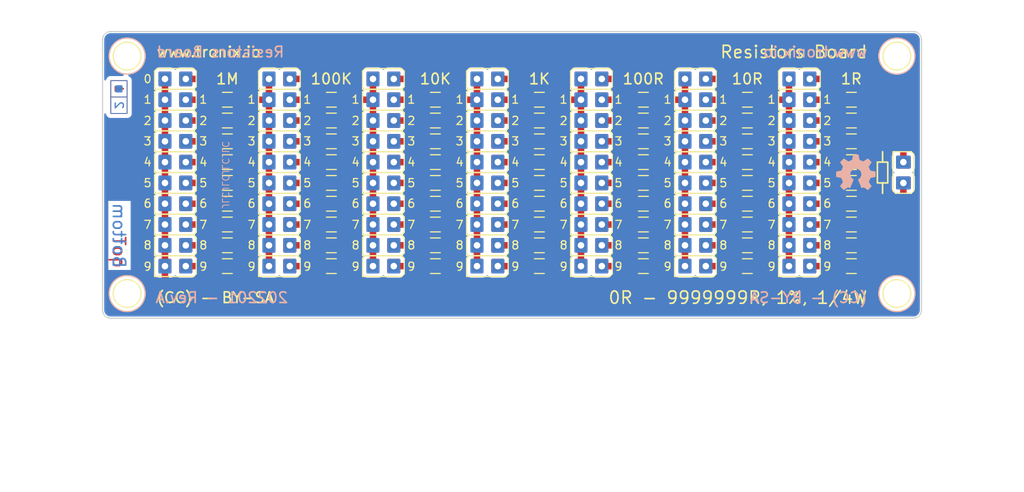
<source format=kicad_pcb>
(kicad_pcb (version 20240108) (generator "pcbnew") (generator_version "8.0")
  (title_block (title "Resistors Board") (date "01/2022") (rev "A"))
  (layers (0 "F.Cu" signal) (31 "B.Cu" signal) (34 "B.Paste" user) (35 "F.Paste" user) (36 "B.SilkS" user "B.Silkscreen") (37 "F.SilkS" user "F.Silkscreen") (38 "B.Mask" user) (39 "F.Mask" user) (44 "Edge.Cuts" user))
  (net 0 "")
  (net 1 "Net-(JP1-Pad1)")
  (net 2 "Net-(JP1-Pad2)")
  (net 3 "Net-(JP2-Pad2)")
  (net 4 "Net-(JP3-Pad2)")
  (net 5 "Net-(JP4-Pad2)")
  (net 6 "Net-(JP5-Pad2)")
  (net 7 "Net-(JP6-Pad2)")
  (net 8 "Net-(JP7-Pad2)")
  (net 9 "Net-(JP8-Pad2)")
  (net 10 "Net-(JP9-Pad2)")
  (net 11 "Net-(JP10-Pad2)")
  (net 12 "Net-(JP11-Pad2)")
  (net 13 "Net-(JP12-Pad2)")
  (net 14 "Net-(JP13-Pad2)")
  (net 15 "Net-(JP14-Pad2)")
  (net 16 "Net-(JP15-Pad2)")
  (net 17 "Net-(JP16-Pad2)")
  (net 18 "Net-(JP17-Pad2)")
  (net 19 "Net-(JP18-Pad2)")
  (net 20 "Net-(JP19-Pad2)")
  (net 21 "Net-(JP20-Pad2)")
  (net 22 "Net-(JP21-Pad2)")
  (net 23 "Net-(JP22-Pad2)")
  (net 24 "Net-(JP23-Pad2)")
  (net 25 "Net-(JP24-Pad2)")
  (net 26 "Net-(JP25-Pad2)")
  (net 27 "Net-(JP26-Pad2)")
  (net 28 "Net-(JP27-Pad2)")
  (net 29 "Net-(JP28-Pad2)")
  (net 30 "Net-(JP29-Pad2)")
  (net 31 "Net-(JP30-Pad2)")
  (net 32 "Net-(JP31-Pad2)")
  (net 33 "Net-(JP32-Pad2)")
  (net 34 "Net-(JP33-Pad2)")
  (net 35 "Net-(JP34-Pad2)")
  (net 36 "Net-(JP35-Pad2)")
  (net 37 "Net-(JP36-Pad2)")
  (net 38 "Net-(JP37-Pad2)")
  (net 39 "Net-(JP38-Pad2)")
  (net 40 "Net-(JP39-Pad2)")
  (net 41 "Net-(JP40-Pad2)")
  (net 42 "Net-(JP41-Pad2)")
  (net 43 "Net-(JP42-Pad2)")
  (net 44 "Net-(JP43-Pad2)")
  (net 45 "Net-(JP44-Pad2)")
  (net 46 "Net-(JP45-Pad2)")
  (net 47 "Net-(JP46-Pad2)")
  (net 48 "Net-(JP47-Pad2)")
  (net 49 "Net-(JP48-Pad2)")
  (net 50 "Net-(JP49-Pad2)")
  (net 51 "Net-(JP50-Pad2)")
  (net 52 "Net-(JP51-Pad2)")
  (net 53 "Net-(JP52-Pad2)")
  (net 54 "Net-(JP53-Pad2)")
  (net 55 "Net-(JP54-Pad2)")
  (net 56 "Net-(JP55-Pad2)")
  (net 57 "Net-(JP56-Pad2)")
  (net 58 "Net-(JP57-Pad2)")
  (net 59 "Net-(JP58-Pad2)")
  (net 60 "Net-(JP59-Pad2)")
  (net 61 "Net-(JP60-Pad2)")
  (net 62 "Net-(JP61-Pad2)")
  (net 63 "Net-(JP62-Pad2)")
  (net 64 "Net-(JP63-Pad2)")
  (net 65 "Net-(JP64-Pad2)")
  (net 66 "Net-(JP65-Pad2)")
  (net 67 "Net-(JP66-Pad2)")
  (net 68 "Net-(JP67-Pad2)")
  (net 69 "Net-(JP68-Pad2)")
  (net 70 "Net-(JP69-Pad2)")
  (net 71 "Net-(JP70-Pad2)")
  (footprint "tronixio:HARWIN-M20-999024x" (layer "F.Cu") (at 107.95 76.2 90)
    (property "Reference" "JP3" (hide yes))
    (property "Value" "~")
  )
  (footprint "tronixio:HARWIN-M20-999024x" (layer "F.Cu") (at 171.45 81.28 90)
    (property "Reference" "JP55" (hide yes))
    (property "Value" "~")
  )
  (footprint "tronixio:RESISTOR-SMD-1206" (layer "F.Cu") (at 128.27 93.98)
    (property "Reference" "R18" (hide yes))
    (property "Value" "100K")
  )
  (footprint "tronixio:HARWIN-M20-999024x" (layer "F.Cu") (at 146.05 91.44 90)
    (property "Reference" "JP39" (hide yes))
    (property "Value" "~")
  )
  (footprint "tronixio:HARWIN-M20-999024x" (layer "F.Cu") (at 158.75 91.44 90)
    (property "Reference" "JP49" (hide yes))
    (property "Value" "~")
  )
  (footprint "tronixio:RESISTOR-SMD-1206" (layer "F.Cu") (at 140.97 93.98)
    (property "Reference" "R27" (hide yes))
    (property "Value" "10K")
  )
  (footprint "tronixio:RESISTOR-SMD-1206" (layer "F.Cu") (at 115.57 78.74)
    (property "Reference" "R3" (hide yes))
    (property "Value" "1M")
  )
  (footprint "tronixio:HARWIN-M20-999024x" (layer "F.Cu") (at 171.45 88.9 90)
    (property "Reference" "JP58" (hide yes))
    (property "Value" "~")
  )
  (footprint "tronixio:HARWIN-M20-999024x" (layer "F.Cu") (at 133.35 93.98 90)
    (property "Reference" "JP30" (hide yes))
    (property "Value" "~")
  )
  (footprint "tronixio:HARWIN-M20-999024x" (layer "F.Cu") (at 133.35 86.36 90)
    (property "Reference" "JP27" (hide yes))
    (property "Value" "~")
  )
  (footprint "tronixio:RESISTOR-SMD-1206" (layer "F.Cu") (at 153.67 91.44)
    (property "Reference" "R35" (hide yes))
    (property "Value" "1K")
  )
  (footprint "tronixio:HARWIN-M20-999024x" (layer "F.Cu") (at 146.05 71.12 90)
    (property "Reference" "JP31" (hide yes))
    (property "Value" "~")
  )
  (footprint "tronixio:HARWIN-M20-999024x" (layer "F.Cu") (at 171.45 86.36 90)
    (property "Reference" "JP57" (hide yes))
    (property "Value" "~")
  )
  (footprint "tronixio:HARWIN-M20-999024x" (layer "F.Cu") (at 171.45 71.12 90)
    (property "Reference" "JP51" (hide yes))
    (property "Value" "~")
  )
  (footprint "tronixio:RESISTOR-SMD-1206" (layer "F.Cu") (at 128.27 76.2)
    (property "Reference" "R11" (hide yes))
    (property "Value" "100K")
  )
  (footprint "tronixio:HARWIN-M20-999024x" (layer "F.Cu") (at 120.65 71.12 90)
    (property "Reference" "JP11" (hide yes))
    (property "Value" "~")
  )
  (footprint "tronixio:HARWIN-M20-999024x" (layer "F.Cu") (at 146.05 88.9 90)
    (property "Reference" "JP38" (hide yes))
    (property "Value" "~")
  )
  (footprint "tronixio:RESISTOR-SMD-1206" (layer "F.Cu") (at 179.07 91.44)
    (property "Reference" "R53" (hide yes))
    (property "Value" "10R")
  )
  (footprint "tronixio:HARWIN-M20-7680-7683" (layer "F.Cu") (at 191.33 116.33)
    (property "Reference" "JP75" (hide yes))
    (property "Value" "HARWIN-JUMPER-0254-14MM-BLACK" (hide yes))
  )
  (footprint "tronixio:RESISTOR-SMD-1206" (layer "F.Cu") (at 179.07 83.82)
    (property "Reference" "R50" (hide yes))
    (property "Value" "10R")
  )
  (footprint "tronixio:HARWIN-M20-999024x" (layer "F.Cu") (at 107.95 88.9 90)
    (property "Reference" "JP8" (hide yes))
    (property "Value" "~")
  )
  (footprint "tronixio:HARWIN-M20-999024x" (layer "F.Cu") (at 184.15 71.12 90)
    (property "Reference" "JP61" (hide yes))
    (property "Value" "~")
  )
  (footprint "tronixio:HARWIN-M20-999024x" (layer "F.Cu") (at 158.75 71.12 90)
    (property "Reference" "JP41" (hide yes))
    (property "Value" "~")
  )
  (footprint "tronixio:RESISTOR-SMD-1206" (layer "F.Cu") (at 115.57 86.36)
    (property "Reference" "R6" (hide yes))
    (property "Value" "1M")
  )
  (footprint "tronixio:HARWIN-M20-999024x" (layer "F.Cu") (at 171.45 76.2 90)
    (property "Reference" "JP53" (hide yes))
    (property "Value" "~")
  )
  (footprint "tronixio:HARWIN-M20-999024x" (layer "F.Cu") (at 158.75 73.66 90)
    (property "Reference" "JP42" (hide yes))
    (property "Value" "~")
  )
  (footprint "tronixio:RESISTOR-SMD-1206" (layer "F.Cu") (at 153.67 86.36)
    (property "Reference" "R33" (hide yes))
    (property "Value" "1K")
  )
  (footprint "tronixio:RESISTOR-SMD-1206" (layer "F.Cu") (at 153.67 73.66)
    (property "Reference" "R28" (hide yes))
    (property "Value" "1K")
  )
  (footprint "tronixio:RESISTOR-SMD-1206" (layer "F.Cu") (at 128.27 91.44)
    (property "Reference" "R17" (hide yes))
    (property "Value" "100K")
  )
  (footprint "tronixio:HARWIN-M20-999024x" (layer "F.Cu") (at 107.95 93.98 90)
    (property "Reference" "JP10" (hide yes))
    (property "Value" "~")
  )
  (footprint "tronixio:RESISTOR-SMD-1206" (layer "F.Cu") (at 128.27 86.36)
    (property "Reference" "R15" (hide yes))
    (property "Value" "100K")
  )
  (footprint "tronixio:HARWIN-M20-999024x" (layer "F.Cu") (at 120.65 73.66 90)
    (property "Reference" "JP12" (hide yes))
    (property "Value" "~")
  )
  (footprint "tronixio:RESISTOR-SMD-1206" (layer "F.Cu") (at 191.77 83.82)
    (property "Reference" "R59" (hide yes))
    (property "Value" "1R")
  )
  (footprint "tronixio:RESISTOR-SMD-1206" (layer "F.Cu") (at 179.07 73.66)
    (property "Reference" "R46" (hide yes))
    (property "Value" "10R")
  )
  (footprint "tronixio:RESISTOR-SMD-1206" (layer "F.Cu") (at 191.77 73.66)
    (property "Reference" "R55" (hide yes))
    (property "Value" "1R")
  )
  (footprint "tronixio:HARWIN-M20-999024x" (layer "F.Cu") (at 133.35 76.2 90)
    (property "Reference" "JP23" (hide yes))
    (property "Value" "~")
  )
  (footprint "tronixio:RESISTOR-SMD-1206" (layer "F.Cu") (at 140.97 83.82)
    (property "Reference" "R23" (hide yes))
    (property "Value" "10K")
  )
  (footprint "tronixio:RESISTOR-SMD-1206" (layer "F.Cu") (at 128.27 88.9)
    (property "Reference" "R16" (hide yes))
    (property "Value" "100K")
  )
  (footprint "tronixio:RESISTOR-SMD-1206" (layer "F.Cu") (at 140.97 86.36)
    (property "Reference" "R24" (hide yes))
    (property "Value" "10K")
  )
  (footprint "tronixio:RESISTOR-SMD-1206" (layer "F.Cu") (at 115.57 83.82)
    (property "Reference" "R5" (hide yes))
    (property "Value" "1M")
  )
  (footprint "tronixio:RESISTOR-SMD-1206" (layer "F.Cu") (at 115.57 93.98)
    (property "Reference" "R9" (hide yes))
    (property "Value" "1M")
  )
  (footprint "tronixio:RESISTOR-SMD-1206" (layer "F.Cu") (at 115.57 76.2)
    (property "Reference" "R2" (hide yes))
    (property "Value" "1M")
  )
  (footprint "tronixio:RESISTOR-SMD-1206" (layer "F.Cu") (at 191.77 81.28)
    (property "Reference" "R58" (hide yes))
    (property "Value" "1R")
  )
  (footprint "tronixio:RESISTOR-SMD-1206" (layer "F.Cu") (at 191.77 86.36)
    (property "Reference" "R60" (hide yes))
    (property "Value" "1R")
  )
  (footprint "tronixio:HARWIN-M20-999024x" (layer "F.Cu") (at 107.95 81.28 90)
    (property "Reference" "JP5" (hide yes))
    (property "Value" "~")
  )
  (footprint "tronixio:HARWIN-M20-999024x" (layer "F.Cu") (at 198.12 81.28)
    (property "Reference" "K1" (hide yes))
    (property "Value" "R")
  )
  (footprint "tronixio:RESISTOR-SMD-1206" (layer "F.Cu") (at 153.67 78.74)
    (property "Reference" "R30" (hide yes))
    (property "Value" "1K")
  )
  (footprint "tronixio:HARWIN-M20-7680-7683" (layer "F.Cu") (at 167.33 116.33)
    (property "Reference" "JP72" (hide yes))
    (property "Value" "HARWIN-JUMPER-0254-14MM-BLACK" (hide yes))
  )
  (footprint "tronixio:HARWIN-M20-999024x" (layer "F.Cu") (at 171.45 93.98 90)
    (property "Reference" "JP60" (hide yes))
    (property "Value" "~")
  )
  (footprint "tronixio:RESISTOR-SMD-1206" (layer "F.Cu") (at 115.57 88.9)
    (property "Reference" "R7" (hide yes))
    (property "Value" "1M")
  )
  (footprint "tronixio:HARWIN-M20-999024x" (layer "F.Cu") (at 171.45 73.66 90)
    (property "Reference" "JP52" (hide yes))
    (property "Value" "~")
  )
  (footprint "tronixio:RESISTOR-SMD-1206" (layer "F.Cu") (at 128.27 83.82)
    (property "Reference" "R14" (hide yes))
    (property "Value" "100K")
  )
  (footprint "tronixio:HARWIN-M20-999024x" (layer "F.Cu") (at 120.65 88.9 90)
    (property "Reference" "JP18" (hide yes))
    (property "Value" "~")
  )
  (footprint "tronixio:HARWIN-M20-999024x" (layer "F.Cu") (at 158.75 76.2 90)
    (property "Reference" "JP43" (hide yes))
    (property "Value" "~")
  )
  (footprint "tronixio:KEYSTONE-9056" (layer "F.Cu") (at 197.33 68.33)
    (property "Reference" "H3" (hide yes))
    (property "Value" "9056" (hide yes))
  )
  (footprint "tronixio:HARWIN-M20-999024x" (layer "F.Cu") (at 133.35 88.9 90)
    (property "Reference" "JP28" (hide yes))
    (property "Value" "~")
  )
  (footprint "tronixio:KEYSTONE-9056" (layer "F.Cu") (at 103.33 97.33)
    (property "Reference" "H1" (hide yes))
    (property "Value" "9056" (hide yes))
  )
  (footprint "tronixio:KEYSTONE-9056" (layer "F.Cu") (at 197.33 97.33)
    (property "Reference" "H2" (hide yes))
    (property "Value" "9056" (hide yes))
  )
  (footprint "tronixio:HARWIN-M20-999024x" (layer "F.Cu") (at 133.35 81.28 90)
    (property "Reference" "JP25" (hide yes))
    (property "Value" "~")
  )
  (footprint "tronixio:HARWIN-M20-999024x" (layer "F.Cu") (at 120.65 76.2 90)
    (property "Reference" "JP13" (hide yes))
    (property "Value" "~")
  )
  (footprint "tronixio:RESISTOR-SMD-1206" (layer "F.Cu") (at 166.37 78.74)
    (property "Reference" "R39" (hide yes))
    (property "Value" "100R")
  )
  (footprint "tronixio:HARWIN-M20-999024x" (layer "F.Cu") (at 171.45 78.74 90)
    (property "Reference" "JP54" (hide yes))
    (property "Value" "~")
  )
  (footprint "tronixio:HARWIN-M20-999024x" (layer "F.Cu") (at 184.15 83.82 90)
    (property "Reference" "JP66" (hide yes))
    (property "Value" "~")
  )
  (footprint "tronixio:RESISTOR-SMD-1206" (layer "F.Cu") (at 140.97 88.9)
    (property "Reference" "R25" (hide yes))
    (property "Value" "10K")
  )
  (footprint "tronixio:HARWIN-M20-999024x" (layer "F.Cu") (at 146.05 83.82 90)
    (property "Reference" "JP36" (hide yes))
    (property "Value" "~")
  )
  (footprint "tronixio:RESISTOR-SMD-1206" (layer "F.Cu") (at 191.77 88.9)
    (property "Reference" "R61" (hide yes))
    (property "Value" "1R")
  )
  (footprint "tronixio:RESISTOR-SMD-1206" (layer "F.Cu") (at 166.37 73.66)
    (property "Reference" "R37" (hide yes))
    (property "Value" "100R")
  )
  (footprint "tronixio:RESISTOR-SMD-1206" (layer "F.Cu") (at 140.97 76.2)
    (property "Reference" "R20" (hide yes))
    (property "Value" "10K")
  )
  (footprint "tronixio:RESISTOR-SMD-1206" (layer "F.Cu") (at 153.67 88.9)
    (property "Reference" "R34" (hide yes))
    (property "Value" "1K")
  )
  (footprint "tronixio:HARWIN-M20-999024x" (layer "F.Cu") (at 158.75 88.9 90)
    (property "Reference" "JP48" (hide yes))
    (property "Value" "~")
  )
  (footprint "tronixio:RESISTOR-SMD-1206" (layer "F.Cu") (at 191.77 78.74)
    (property "Reference" "R57" (hide yes))
    (property "Value" "1R")
  )
  (footprint "tronixio:RESISTOR-SMD-1206" (layer "F.Cu") (at 140.97 73.66)
    (property "Reference" "R19" (hide yes))
    (property "Value" "10K")
  )
  (footprint "tronixio:HARWIN-M20-999024x" (layer "F.Cu") (at 184.15 76.2 90)
    (property "Reference" "JP63" (hide yes))
    (property "Value" "~")
  )
  (footprint "tronixio:HARWIN-M20-7680-7683" (layer "F.Cu") (at 161.33 116.33)
    (property "Reference" "JP77" (hide yes))
    (property "Value" "HARWIN-JUMPER-0254-14MM-BLACK" (hide yes))
  )
  (footprint "tronixio:RESISTOR-SMD-1206" (layer "F.Cu") (at 166.37 76.2)
    (property "Reference" "R38" (hide yes))
    (property "Value" "100R")
  )
  (footprint "tronixio:HARWIN-M20-7680-7683" (layer "F.Cu") (at 179.33 116.33)
    (property "Reference" "JP76" (hide yes))
    (property "Value" "HARWIN-JUMPER-0254-14MM-BLACK" (hide yes))
  )
  (footprint "tronixio:RESISTOR-SMD-1206" (layer "F.Cu") (at 166.37 93.98)
    (property "Reference" "R45" (hide yes))
    (property "Value" "100R")
  )
  (footprint "tronixio:HARWIN-M20-999024x" (layer "F.Cu") (at 171.45 83.82 90)
    (property "Reference" "JP56" (hide yes))
    (property "Value" "~")
  )
  (footprint "tronixio:HARWIN-M20-999024x" (layer "F.Cu") (at 158.75 81.28 90)
    (property "Reference" "JP45" (hide yes))
    (property "Value" "~")
  )
  (footprint "tronixio:RESISTOR-SMD-1206" (layer "F.Cu") (at 179.07 76.2)
    (property "Reference" "R47" (hide yes))
    (property "Value" "10R")
  )
  (footprint "tronixio:HARWIN-M20-999024x" (layer "F.Cu") (at 120.65 81.28 90)
    (property "Reference" "JP15" (hide yes))
    (property "Value" "~")
  )
  (footprint "tronixio:HARWIN-M20-999024x" (layer "F.Cu") (at 146.05 93.98 90)
    (property "Reference" "JP40" (hide yes))
    (property "Value" "~")
  )
  (footprint "tronixio:RESISTOR-SMD-1206" (layer "F.Cu") (at 140.97 91.44)
    (property "Reference" "R26" (hide yes))
    (property "Value" "10K")
  )
  (footprint "tronixio:RESISTOR-SMD-1206" (layer "F.Cu") (at 115.57 91.44)
    (property "Reference" "R8" (hide yes))
    (property "Value" "1M")
  )
  (footprint "tronixio:HARWIN-M20-999024x" (layer "F.Cu") (at 107.95 73.66 90)
    (property "Reference" "JP2" (hide yes))
    (property "Value" "~")
  )
  (footprint "tronixio:RESISTOR-SMD-1206" (layer "F.Cu") (at 115.57 81.28)
    (property "Reference" "R4" (hide yes))
    (property "Value" "1M")
  )
  (footprint "tronixio:HARWIN-M20-7680-7683" (layer "F.Cu") (at 173.33 116.33)
    (property "Reference" "JP71" (hide yes))
    (property "Value" "HARWIN-JUMPER-0254-14MM-BLACK" (hide yes))
  )
  (footprint "tronixio:KEYSTONE-9056" (layer "F.Cu") (at 103.33 68.33)
    (property "Reference" "H4" (hide yes))
    (property "Value" "9056" (hide yes))
  )
  (footprint "tronixio:HARWIN-M20-999024x" (layer "F.Cu") (at 171.45 91.44 90)
    (property "Reference" "JP59" (hide yes))
    (property "Value" "~")
  )
  (footprint "tronixio:HARWIN-M20-999024x" (layer "F.Cu") (at 120.65 93.98 90)
    (property "Reference" "JP20" (hide yes))
    (property "Value" "~")
  )
  (footprint "tronixio:HARWIN-M20-999024x" (layer "F.Cu") (at 184.15 91.44 90)
    (property "Reference" "JP69" (hide yes))
    (property "Value" "~")
  )
  (footprint "tronixio:HARWIN-M20-999024x" (layer "F.Cu") (at 133.35 73.66 90)
    (property "Reference" "JP22" (hide yes))
    (property "Value" "~")
  )
  (footprint "tronixio:RESISTOR-SMD-1206" (layer "F.Cu") (at 179.07 93.98)
    (property "Reference" "R54" (hide yes))
    (property "Value" "10R")
  )
  (footprint "tronixio:HARWIN-M20-999024x" (layer "F.Cu") (at 133.35 83.82 90)
    (property "Reference" "JP26" (hide yes))
    (property "Value" "~")
  )
  (footprint "tronixio:RESISTOR-SMD-1206" (layer "F.Cu") (at 166.37 91.44)
    (property "Reference" "R44" (hide yes))
    (property "Value" "100R")
  )
  (footprint "tronixio:HARWIN-M20-999024x" (layer "F.Cu") (at 146.05 81.28 90)
    (property "Reference" "JP35" (hide yes))
    (property "Value" "~")
  )
  (footprint "tronixio:HARWIN-M20-999024x" (layer "F.Cu") (at 146.05 73.66 90)
    (property "Reference" "JP32" (hide yes))
    (property "Value" "~")
  )
  (footprint "tronixio:RESISTOR-SMD-1206" (layer "F.Cu") (at 128.27 73.66)
    (property "Reference" "R10" (hide yes))
    (property "Value" "100K")
  )
  (footprint "tronixio:HARWIN-M20-999024x" (layer "F.Cu") (at 133.35 78.74 90)
    (property "Reference" "JP24" (hide yes))
    (property "Value" "~")
  )
  (footprint "tronixio:HARWIN-M20-999024x" (layer "F.Cu") (at 120.65 78.74 90)
    (property "Reference" "JP14" (hide yes))
    (property "Value" "~")
  )
  (footprint "tronixio:RESISTOR-SMD-1206" (layer "F.Cu") (at 179.07 86.36)
    (property "Reference" "R51" (hide yes))
    (property "Value" "10R")
  )
  (footprint "tronixio:RESISTOR-SMD-1206" (layer "F.Cu") (at 128.27 81.28)
    (property "Reference" "R13" (hide yes))
    (property "Value" "100K")
  )
  (footprint "tronixio:RESISTOR-SMD-1206" (layer "F.Cu") (at 153.67 83.82)
    (property "Reference" "R32" (hide yes))
    (property "Value" "1K")
  )
  (footprint "tronixio:HARWIN-M20-999024x" (layer "F.Cu") (at 158.75 78.74 90)
    (property "Reference" "JP44" (hide yes))
    (property "Value" "~")
  )
  (footprint "tronixio:HARWIN-M20-7680-7683" (layer "F.Cu") (at 197.33 116.33)
    (property "Reference" "JP73" (hide yes))
    (property "Value" "HARWIN-JUMPER-0254-14MM-BLACK" (hide yes))
  )
  (footprint "tronixio:RESISTOR-SMD-1206" (layer "F.Cu") (at 191.77 76.2)
    (property "Reference" "R56" (hide yes))
    (property "Value" "1R")
  )
  (footprint "tronixio:HARWIN-M20-7680-7683" (layer "F.Cu") (at 185.33 116.33)
    (property "Reference" "JP74" (hide yes))
    (property "Value" "HARWIN-JUMPER-0254-14MM-BLACK" (hide yes))
  )
  (footprint "tronixio:RESISTOR-SMD-1206" (layer "F.Cu") (at 179.07 81.28)
    (property "Reference" "R49" (hide yes))
    (property "Value" "10R")
  )
  (footprint "tronixio:HARWIN-M20-999024x" (layer "F.Cu") (at 158.75 86.36 90)
    (property "Reference" "JP47" (hide yes))
    (property "Value" "~")
  )
  (footprint "tronixio:RESISTOR-SMD-1206" (layer "F.Cu") (at 115.57 73.66)
    (property "Reference" "R1" (hide yes))
    (property "Value" "1M")
  )
  (footprint "tronixio:HARWIN-M20-999024x" (layer "F.Cu") (at 184.15 88.9 90)
    (property "Reference" "JP68" (hide yes))
    (property "Value" "~")
  )
  (footprint "tronixio:RESISTOR-SMD-1206" (layer "F.Cu") (at 191.77 91.44)
    (property "Reference" "R62" (hide yes))
    (property "Value" "1R")
  )
  (footprint "tronixio:RESISTOR-SMD-1206" (layer "F.Cu") (at 166.37 83.82)
    (property "Reference" "R41" (hide yes))
    (property "Value" "100R")
  )
  (footprint "tronixio:RESISTOR-SMD-1206" (layer "F.Cu") (at 128.27 78.74)
    (property "Reference" "R12" (hide yes))
    (property "Value" "100K")
  )
  (footprint "tronixio:HARWIN-M20-999024x" (layer "F.Cu") (at 120.65 86.36 90)
    (property "Reference" "JP17" (hide yes))
    (property "Value" "~")
  )
  (footprint "tronixio:RESISTOR-SMD-1206" (layer "F.Cu") (at 153.67 93.98)
    (property "Reference" "R36" (hide yes))
    (property "Value" "1K")
  )
  (footprint "tronixio:RESISTOR-SMD-1206" (layer "F.Cu") (at 191.77 93.98)
    (property "Reference" "R63" (hide yes))
    (property "Value" "1R")
  )
  (footprint "tronixio:RESISTOR-SMD-1206" (layer "F.Cu") (at 179.07 88.9)
    (property "Reference" "R52" (hide yes))
    (property "Value" "10R")
  )
  (footprint "tronixio:RESISTOR-SMD-1206" (layer "F.Cu") (at 179.07 78.74)
    (property "Reference" "R48" (hide yes))
    (property "Value" "10R")
  )
  (footprint "tronixio:RESISTOR-SMD-1206" (layer "F.Cu") (at 166.37 81.28)
    (property "Reference" "R40" (hide yes))
    (property "Value" "100R")
  )
  (footprint "tronixio:HARWIN-M20-999024x" (layer "F.Cu") (at 184.15 78.74 90)
    (property "Reference" "JP64" (hide yes))
    (property "Value" "~")
  )
  (footprint "tronixio:RESISTOR-SMD-1206" (layer "F.Cu") (at 153.67 81.28)
    (property "Reference" "R31" (hide yes))
    (property "Value" "1K")
  )
  (footprint "tronixio:HARWIN-M20-999024x" (layer "F.Cu") (at 184.15 81.28 90)
    (property "Reference" "JP65" (hide yes))
    (property "Value" "~")
  )
  (footprint "tronixio:HARWIN-M20-999024x" (layer "F.Cu") (at 120.65 91.44 90)
    (property "Reference" "JP19" (hide yes))
    (property "Value" "~")
  )
  (footprint "tronixio:RESISTOR-SMD-1206" (layer "F.Cu") (at 166.37 86.36)
    (property "Reference" "R42" (hide yes))
    (property "Value" "100R")
  )
  (footprint "tronixio:HARWIN-M20-999024x" (layer "F.Cu") (at 107.95 78.74 90)
    (property "Reference" "JP4" (hide yes))
    (property "Value" "~")
  )
  (footprint "tronixio:RESISTOR-SMD-1206" (layer "F.Cu") (at 153.67 76.2)
    (property "Reference" "R29" (hide yes))
    (property "Value" "1K")
  )
  (footprint "tronixio:HARWIN-M20-999024x" (layer "F.Cu") (at 158.75 93.98 90)
    (property "Reference" "JP50" (hide yes))
    (property "Value" "~")
  )
  (footprint "tronixio:HARWIN-M20-999024x" (layer "F.Cu") (at 184.15 86.36 90)
    (property "Reference" "JP67" (hide yes))
    (property "Value" "~")
  )
  (footprint "tronixio:HARWIN-M20-999024x" (layer "F.Cu") (at 146.05 78.74 90)
    (property "Reference" "JP34" (hide yes))
    (property "Value" "~")
  )
  (footprint "tronixio:HARWIN-M20-999024x" (layer "F.Cu") (at 107.95 86.36 90)
    (property "Reference" "JP7" (hide yes))
    (property "Value" "~")
  )
  (footprint "tronixio:HARWIN-M20-999024x" (layer "F.Cu") (at 107.95 71.12 90)
    (property "Reference" "JP1" (hide yes))
    (property "Value" "~")
  )
  (footprint "tronixio:RESISTOR-SMD-1206" (layer "F.Cu") (at 140.97 81.28)
    (property "Reference" "R22" (hide yes))
    (property "Value" "10K")
  )
  (footprint "tronixio:HARWIN-M20-999024x" (layer "F.Cu") (at 107.95 83.82 90)
    (property "Reference" "JP6" (hide yes))
    (property "Value" "~")
  )
  (footprint "tronixio:HARWIN-M20-999024x" (layer "F.Cu") (at 146.05 76.2 90)
    (property "Reference" "JP33" (hide yes))
    (property "Value" "~")
  )
  (footprint "tronixio:HARWIN-M20-999024x" (layer "F.Cu") (at 146.05 86.36 90)
    (property "Reference" "JP37" (hide yes))
    (property "Value" "~")
  )
  (footprint "tronixio:HARWIN-M20-999024x" (layer "F.Cu") (at 120.65 83.82 90)
    (property "Reference" "JP16" (hide yes))
    (property "Value" "~")
  )
  (footprint "tronixio:HARWIN-M20-999024x" (layer "F.Cu") (at 158.75 83.82 90)
    (property "Reference" "JP46" (hide yes))
    (property "Value" "~")
  )
  (footprint "tronixio:HARWIN-M20-999024x" (layer "F.Cu") (at 133.35 91.44 90)
    (property "Reference" "JP29" (hide yes))
    (property "Value" "~")
  )
  (footprint "tronixio:HARWIN-M20-999024x" (layer "F.Cu") (at 184.15 93.98 90)
    (property "Reference" "JP70" (hide yes))
    (property "Value" "~")
  )
  (footprint "tronixio:RESISTOR-SMD-1206" (layer "F.Cu") (at 166.37 88.9)
    (property "Reference" "R43" (hide yes))
    (property "Value" "100R")
  )
  (footprint "tronixio:RESISTOR-SMD-1206" (layer "F.Cu") (at 140.97 78.74)
    (property "Reference" "R21" (hide yes))
    (property "Value" "10K")
  )
  (footprint "tronixio:HARWIN-M20-999024x" (layer "F.Cu") (at 184.15 73.66 90)
    (property "Reference" "JP62" (hide yes))
    (property "Value" "~")
  )
  (footprint "tronixio:HARWIN-M20-999024x" (layer "F.Cu") (at 107.95 91.44 90)
    (property "Reference" "JP9" (hide yes))
    (property "Value" "~")
  )
  (footprint "tronixio:HARWIN-M20-999024x" (layer "F.Cu") (at 133.35 71.12 90)
    (property "Reference" "JP21" (hide yes))
    (property "Value" "~")
  )
  (footprint "tronixio:OSHW-5MM" (layer "B.Cu") (at 192.33 82.55 180)
    (property "Reference" "GB" (hide yes))
    (property "Value" "LOGO" (hide yes))
  )
  (gr_rect (start 101.33 71.33) (end 103.33 75.33) (stroke (width 0.1)) (fill none) (layer "F.Cu"))
  (gr_line (start 101.33 73.33) (end 103.33 73.33) (stroke (width 0.1)) (layer "F.Cu"))
  (gr_line (start 101.33 73.33) (end 103.33 73.33) (stroke (width 0.1)) (layer "B.Cu"))
  (gr_rect (start 101.33 71.33) (end 103.33 75.33) (stroke (width 0.1)) (fill none) (layer "B.Cu"))
  (gr_rect (start 194.945 81.28) (end 196.215 83.82) (stroke (width 0.2)) (fill none) (layer "F.SilkS"))
  (gr_line (start 195.58 80.01) (end 195.58 81.28) (stroke (width 0.2)) (layer "F.SilkS"))
  (gr_line (start 195.58 83.82) (end 195.58 85.09) (stroke (width 0.2)) (layer "F.SilkS"))
  (gr_arc (start 200.33 99.33) (mid 200.037107 100.037107) (end 199.33 100.33) (stroke (width 0.15)) (layer "Edge.Cuts"))
  (gr_line (start 199.33 65.33) (end 101.33 65.33) (stroke (width 0.15)) (layer "Edge.Cuts"))
  (gr_arc (start 100.33 66.33) (mid 100.622893 65.622893) (end 101.33 65.33) (stroke (width 0.15)) (layer "Edge.Cuts"))
  (gr_line (start 100.33 66.33) (end 100.33 99.33) (stroke (width 0.15)) (layer "Edge.Cuts"))
  (gr_arc (start 199.33 65.33) (mid 200.037107 65.622893) (end 200.33 66.33) (stroke (width 0.15)) (layer "Edge.Cuts"))
  (gr_line (start 101.33 100.33) (end 199.33 100.33) (stroke (width 0.15)) (layer "Edge.Cuts"))
  (gr_line (start 200.33 99.33) (end 200.33 66.33) (stroke (width 0.15)) (layer "Edge.Cuts"))
  (gr_arc (start 101.33 100.33) (mid 100.622893 100.037107) (end 100.33 99.33) (stroke (width 0.15)) (layer "Edge.Cuts"))
  (gr_text "Top" (at 102.33 94.33 270) (layer "F.Cu") (effects (font (size 1.5 1.5) (thickness 0.2)) (justify right)))
  (gr_text "1" (at 102.33 72.33 270) (layer "F.Cu") (effects (font (size 1 1))))
  (gr_text "2" (at 102.33 74.33 270) (layer "B.Cu") (effects (font (size 1 1)) (justify mirror)))
  (gr_text "Bottom" (at 102.33 94.33 270) (layer "B.Cu") (effects (font (size 1.5 1.5) (thickness 0.2)) (justify left mirror)))
  (gr_text "(CC) - BY-SA" (at 193.83 97.83 0) (layer "B.SilkS") (effects (font (size 1.3 1.3) (thickness 0.2)) (justify left mirror)))
  (gr_text "202201 - Rev.A" (at 106.68 97.83 0) (layer "B.SilkS") (effects (font (size 1.3 1.3) (thickness 0.2)) (justify right mirror)))
  (gr_text "Resistors Board" (at 106.83 67.83 0) (layer "B.SilkS") (effects (font (size 1.3 1.3) (thickness 0.2)) (justify right mirror)))
  (gr_text "www.tronix.io" (at 193.83 67.83 0) (layer "B.SilkS") (effects (font (size 1.3 1.3) (thickness 0.2)) (justify left mirror)))
  (gr_text "JLCJLCJLCJLC" (at 115.33 82.83 270) (layer "B.SilkS") (effects (font (size 0.8 0.8) (thickness 0.1)) (justify mirror)))
  (gr_text "6" (at 131.23 86.33 0) (layer "F.SilkS") (effects (font (size 1 1))))
  (gr_text "5" (at 118.53 83.83 0) (layer "F.SilkS") (effects (font (size 1 1))))
  (gr_text "5" (at 150.73 83.83 0) (layer "F.SilkS") (effects (font (size 1 1))))
  (gr_text "2" (at 138.03 76.23 0) (layer "F.SilkS") (effects (font (size 1 1))))
  (gr_text "7" (at 105.83 88.93 0) (layer "F.SilkS") (effects (font (size 1 1))))
  (gr_text "2" (at 131.23 76.23 0) (layer "F.SilkS") (effects (font (size 1 1))))
  (gr_text "9" (at 169.33 94.03 0) (layer "F.SilkS") (effects (font (size 1 1))))
  (gr_text "3" (at 176.13 78.73 0) (layer "F.SilkS") (effects (font (size 1 1))))
  (gr_text "3" (at 156.63 78.73 0) (layer "F.SilkS") (effects (font (size 1 1))))
  (gr_text "4" (at 176.13 81.28 0) (layer "F.SilkS") (effects (font (size 1 1))))
  (gr_text "6" (at 182.03 86.33 0) (layer "F.SilkS") (effects (font (size 1 1))))
  (gr_text "4" (at 188.83 81.28 0) (layer "F.SilkS") (effects (font (size 1 1))))
  (gr_text "100K" (at 128.27 71.12 0) (layer "F.SilkS") (effects (font (size 1.3 1.3) (thickness 0.2))))
  (gr_text "100R" (at 166.37 71.12 0) (layer "F.SilkS") (effects (font (size 1.3 1.3) (thickness 0.2))))
  (gr_text "8" (at 150.73 91.43 0) (layer "F.SilkS") (effects (font (size 1 1))))
  (gr_text "1" (at 176.13 73.63 0) (layer "F.SilkS") (effects (font (size 1 1))))
  (gr_text "3" (at 118.53 78.73 0) (layer "F.SilkS") (effects (font (size 1 1))))
  (gr_text "4" (at 105.83 81.28 0) (layer "F.SilkS") (effects (font (size 1 1))))
  (gr_text "2" (at 105.83 76.23 0) (layer "F.SilkS") (effects (font (size 1 1))))
  (gr_text "4" (at 163.33 81.28 0) (layer "F.SilkS") (effects (font (size 1 1))))
  (gr_text "8" (at 131.23 91.43 0) (layer "F.SilkS") (effects (font (size 1 1))))
  (gr_text "7" (at 163.33 88.93 0) (layer "F.SilkS") (effects (font (size 1 1))))
  (gr_text "2" (at 169.33 76.23 0) (layer "F.SilkS") (effects (font (size 1 1))))
  (gr_text "3" (at 105.83 78.73 0) (layer "F.SilkS") (effects (font (size 1 1))))
  (gr_text "2" (at 188.83 76.23 0) (layer "F.SilkS") (effects (font (size 1 1))))
  (gr_text "6" (at 156.63 86.33 0) (layer "F.SilkS") (effects (font (size 1 1))))
  (gr_text "8" (at 176.13 91.43 0) (layer "F.SilkS") (effects (font (size 1 1))))
  (gr_text "1" (at 182.03 73.63 0) (layer "F.SilkS") (effects (font (size 1 1))))
  (gr_text "1" (at 105.83 73.63 0) (layer "F.SilkS") (effects (font (size 1 1))))
  (gr_text "1" (at 143.93 73.63 0) (layer "F.SilkS") (effects (font (size 1 1))))
  (gr_text "1R" (at 191.77 71.12 0) (layer "F.SilkS") (effects (font (size 1.3 1.3) (thickness 0.2))))
  (gr_text "2" (at 125.33 76.23 0) (layer "F.SilkS") (effects (font (size 1 1))))
  (gr_text "5" (at 188.83 83.83 0) (layer "F.SilkS") (effects (font (size 1 1))))
  (gr_text "9" (at 112.63 94.03 0) (layer "F.SilkS") (effects (font (size 1 1))))
  (gr_text "6" (at 188.83 86.33 0) (layer "F.SilkS") (effects (font (size 1 1))))
  (gr_text "6" (at 105.83 86.33 0) (layer "F.SilkS") (effects (font (size 1 1))))
  (gr_text "3" (at 138.03 78.73 0) (layer "F.SilkS") (effects (font (size 1 1))))
  (gr_text "4" (at 150.73 81.28 0) (layer "F.SilkS") (effects (font (size 1 1))))
  (gr_text "9" (at 176.13 94.03 0) (layer "F.SilkS") (effects (font (size 1 1))))
  (gr_text "0R - 9999999R, 1%, 1/4W" (at 193.83 97.83 0) (layer "F.SilkS") (effects (font (size 1.5 1.5) (thickness 0.2)) (justify right)))
  (gr_text "3" (at 125.33 78.73 0) (layer "F.SilkS") (effects (font (size 1 1))))
  (gr_text "6" (at 138.03 86.33 0) (layer "F.SilkS") (effects (font (size 1 1))))
  (gr_text "5" (at 131.23 83.83 0) (layer "F.SilkS") (effects (font (size 1 1))))
  (gr_text "3" (at 150.73 78.73 0) (layer "F.SilkS") (effects (font (size 1 1))))
  (gr_text "2" (at 143.93 76.23 0) (layer "F.SilkS") (effects (font (size 1 1))))
  (gr_text "9" (at 138.03 94.03 0) (layer "F.SilkS") (effects (font (size 1 1))))
  (gr_text "6" (at 163.33 86.33 0) (layer "F.SilkS") (effects (font (size 1 1))))
  (gr_text "1" (at 156.63 73.63 0) (layer "F.SilkS") (effects (font (size 1 1))))
  (gr_text "6" (at 150.73 86.33 0) (layer "F.SilkS") (effects (font (size 1 1))))
  (gr_text "3" (at 143.93 78.73 0) (layer "F.SilkS") (effects (font (size 1 1))))
  (gr_text "8" (at 188.83 91.43 0) (layer "F.SilkS") (effects (font (size 1 1))))
  (gr_text "1" (at 169.33 73.63 0) (layer "F.SilkS") (effects (font (size 1 1))))
  (gr_text "8" (at 138.03 91.43 0) (layer "F.SilkS") (effects (font (size 1 1))))
  (gr_text "www.tronix.io" (at 106.83 67.83 0) (layer "F.SilkS") (effects (font (size 1.3 1.3) (thickness 0.2)) (justify left)))
  (gr_text "7" (at 125.33 88.93 0) (layer "F.SilkS") (effects (font (size 1 1))))
  (gr_text "9" (at 188.83 94.03 0) (layer "F.SilkS") (effects (font (size 1 1))))
  (gr_text "1" (at 138.03 73.63 0) (layer "F.SilkS") (effects (font (size 1 1))))
  (gr_text "4" (at 143.93 81.28 0) (layer "F.SilkS") (effects (font (size 1 1))))
  (gr_text "7" (at 188.83 88.93 0) (layer "F.SilkS") (effects (font (size 1 1))))
  (gr_text "4" (at 169.33 81.28 0) (layer "F.SilkS") (effects (font (size 1 1))))
  (gr_text "3" (at 169.33 78.73 0) (layer "F.SilkS") (effects (font (size 1 1))))
  (gr_text "8" (at 156.63 91.43 0) (layer "F.SilkS") (effects (font (size 1 1))))
  (gr_text "3" (at 163.33 78.73 0) (layer "F.SilkS") (effects (font (size 1 1))))
  (gr_text "7" (at 156.63 88.93 0) (layer "F.SilkS") (effects (font (size 1 1))))
  (gr_text "1M" (at 115.57 71.12 0) (layer "F.SilkS") (effects (font (size 1.3 1.3) (thickness 0.2))))
  (gr_text "5" (at 138.03 83.83 0) (layer "F.SilkS") (effects (font (size 1 1))))
  (gr_text "1" (at 163.33 73.63 0) (layer "F.SilkS") (effects (font (size 1 1))))
  (gr_text "4" (at 118.53 81.28 0) (layer "F.SilkS") (effects (font (size 1 1))))
  (gr_text "2" (at 112.63 76.23 0) (layer "F.SilkS") (effects (font (size 1 1))))
  (gr_text "5" (at 169.33 83.83 0) (layer "F.SilkS") (effects (font (size 1 1))))
  (gr_text "5" (at 112.63 83.83 0) (layer "F.SilkS") (effects (font (size 1 1))))
  (gr_text "6" (at 125.33 86.33 0) (layer "F.SilkS") (effects (font (size 1 1))))
  (gr_text "8" (at 112.63 91.43 0) (layer "F.SilkS") (effects (font (size 1 1))))
  (gr_text "4" (at 125.33 81.28 0) (layer "F.SilkS") (effects (font (size 1 1))))
  (gr_text "8" (at 125.33 91.43 0) (layer "F.SilkS") (effects (font (size 1 1))))
  (gr_text "1" (at 150.73 73.63 0) (layer "F.SilkS") (effects (font (size 1 1))))
  (gr_text "5" (at 125.33 83.83 0) (layer "F.SilkS") (effects (font (size 1 1))))
  (gr_text "9" (at 156.63 94.03 0) (layer "F.SilkS") (effects (font (size 1 1))))
  (gr_text "2" (at 150.73 76.23 0) (layer "F.SilkS") (effects (font (size 1 1))))
  (gr_text "1" (at 131.23 73.63 0) (layer "F.SilkS") (effects (font (size 1 1))))
  (gr_text "9" (at 150.73 94.03 0) (layer "F.SilkS") (effects (font (size 1 1))))
  (gr_text "2" (at 118.53 76.23 0) (layer "F.SilkS") (effects (font (size 1 1))))
  (gr_text "1" (at 112.63 73.63 0) (layer "F.SilkS") (effects (font (size 1 1))))
  (gr_text "7" (at 182.03 88.93 0) (layer "F.SilkS") (effects (font (size 1 1))))
  (gr_text "5" (at 163.33 83.83 0) (layer "F.SilkS") (effects (font (size 1 1))))
  (gr_text "7" (at 131.23 88.93 0) (layer "F.SilkS") (effects (font (size 1 1))))
  (gr_text "9" (at 163.33 94.03 0) (layer "F.SilkS") (effects (font (size 1 1))))
  (gr_text "9" (at 105.83 94.03 0) (layer "F.SilkS") (effects (font (size 1 1))))
  (gr_text "5" (at 143.93 83.83 0) (layer "F.SilkS") (effects (font (size 1 1))))
  (gr_text "1K" (at 153.67 71.12 0) (layer "F.SilkS") (effects (font (size 1.3 1.3) (thickness 0.2))))
  (gr_text "0" (at 105.83 71.13 0) (layer "F.SilkS") (effects (font (size 1 1))))
  (gr_text "4" (at 112.63 81.28 0) (layer "F.SilkS") (effects (font (size 1 1))))
  (gr_text "7" (at 169.33 88.93 0) (layer "F.SilkS") (effects (font (size 1 1))))
  (gr_text "9" (at 182.03 94.03 0) (layer "F.SilkS") (effects (font (size 1 1))))
  (gr_text "7" (at 112.63 88.93 0) (layer "F.SilkS") (effects (font (size 1 1))))
  (gr_text "7" (at 143.93 88.93 0) (layer "F.SilkS") (effects (font (size 1 1))))
  (gr_text "9" (at 131.23 94.03 0) (layer "F.SilkS") (effects (font (size 1 1))))
  (gr_text "7" (at 138.03 88.93 0) (layer "F.SilkS") (effects (font (size 1 1))))
  (gr_text "8" (at 182.03 91.43 0) (layer "F.SilkS") (effects (font (size 1 1))))
  (gr_text "5" (at 105.83 83.83 0) (layer "F.SilkS") (effects (font (size 1 1))))
  (gr_text "8" (at 169.33 91.43 0) (layer "F.SilkS") (effects (font (size 1 1))))
  (gr_text "4" (at 182.03 81.28 0) (layer "F.SilkS") (effects (font (size 1 1))))
  (gr_text "2" (at 182.03 76.23 0) (layer "F.SilkS") (effects (font (size 1 1))))
  (gr_text "8" (at 143.93 91.43 0) (layer "F.SilkS") (effects (font (size 1 1))))
  (gr_text "Resistors Board" (at 193.83 67.83 0) (layer "F.SilkS") (effects (font (size 1.5 1.5) (thickness 0.2)) (justify right)))
  (gr_text "5" (at 156.63 83.83 0) (layer "F.SilkS") (effects (font (size 1 1))))
  (gr_text "7" (at 176.13 88.93 0) (layer "F.SilkS") (effects (font (size 1 1))))
  (gr_text "6" (at 169.33 86.33 0) (layer "F.SilkS") (effects (font (size 1 1))))
  (gr_text "9" (at 125.33 94.03 0) (layer "F.SilkS") (effects (font (size 1 1))))
  (gr_text "6" (at 118.53 86.33 0) (layer "F.SilkS") (effects (font (size 1 1))))
  (gr_text "2" (at 176.13 76.23 0) (layer "F.SilkS") (effects (font (size 1 1))))
  (gr_text "8" (at 163.33 91.43 0) (layer "F.SilkS") (effects (font (size 1 1))))
  (gr_text "1" (at 188.83 73.63 0) (layer "F.SilkS") (effects (font (size 1 1))))
  (gr_text "5" (at 182.03 83.83 0) (layer "F.SilkS") (effects (font (size 1 1))))
  (gr_text "10K" (at 140.97 71.12 0) (layer "F.SilkS") (effects (font (size 1.3 1.3) (thickness 0.2))))
  (gr_text "4" (at 156.63 81.28 0) (layer "F.SilkS") (effects (font (size 1 1))))
  (gr_text "8" (at 105.83 91.43 0) (layer "F.SilkS") (effects (font (size 1 1))))
  (gr_text "2" (at 163.33 76.23 0) (layer "F.SilkS") (effects (font (size 1 1))))
  (gr_text "3" (at 182.03 78.73 0) (layer "F.SilkS") (effects (font (size 1 1))))
  (gr_text "5" (at 176.13 83.83 0) (layer "F.SilkS") (effects (font (size 1 1))))
  (gr_text "8" (at 118.53 91.43 0) (layer "F.SilkS") (effects (font (size 1 1))))
  (gr_text "(CC) - BY-SA" (at 106.83 97.83 0) (layer "F.SilkS") (effects (font (size 1.3 1.3) (thickness 0.2)) (justify left)))
  (gr_text "6" (at 143.93 86.33 0) (layer "F.SilkS") (effects (font (size 1 1))))
  (gr_text "4" (at 131.23 81.28 0) (layer "F.SilkS") (effects (font (size 1 1))))
  (gr_text "6" (at 112.63 86.33 0) (layer "F.SilkS") (effects (font (size 1 1))))
  (gr_text "10R" (at 179.07 71.12 0) (layer "F.SilkS") (effects (font (size 1.3 1.3) (thickness 0.2))))
  (gr_text "4" (at 138.03 81.28 0) (layer "F.SilkS") (effects (font (size 1 1))))
  (gr_text "2" (at 156.63 76.23 0) (layer "F.SilkS") (effects (font (size 1 1))))
  (gr_text "9" (at 143.93 94.03 0) (layer "F.SilkS") (effects (font (size 1 1))))
  (gr_text "7" (at 150.73 88.93 0) (layer "F.SilkS") (effects (font (size 1 1))))
  (gr_text "3" (at 112.63 78.73 0) (layer "F.SilkS") (effects (font (size 1 1))))
  (gr_text "6" (at 176.13 86.33 0) (layer "F.SilkS") (effects (font (size 1 1))))
  (gr_text "1" (at 125.33 73.63 0) (layer "F.SilkS") (effects (font (size 1 1))))
  (gr_text "7" (at 118.53 88.93 0) (layer "F.SilkS") (effects (font (size 1 1))))
  (gr_text "3" (at 131.23 78.73 0) (layer "F.SilkS") (effects (font (size 1 1))))
  (gr_text "9" (at 118.53 94.03 0) (layer "F.SilkS") (effects (font (size 1 1))))
  (gr_text "3" (at 188.83 78.73 0) (layer "F.SilkS") (effects (font (size 1 1))))
  (gr_text "1" (at 118.53 73.63 0) (layer "F.SilkS") (effects (font (size 1 1))))
  (segment (start 107.95 91.44) (end 107.95 88.9) (width 0.8) (layer "F.Cu") (net 1))
  (segment (start 109.02 96.52) (end 193.675 96.52) (width 0.8) (layer "F.Cu") (net 1))
  (segment (start 107.95 88.9) (end 107.95 86.36) (width 0.8) (layer "F.Cu") (net 1))
  (segment (start 107.95 81.28) (end 107.95 78.74) (width 0.8) (layer "F.Cu") (net 1))
  (segment (start 198.12 92.075) (end 198.12 83.82) (width 0.8) (layer "F.Cu") (net 1))
  (segment (start 107.95 93.98) (end 107.95 95.45) (width 0.8) (layer "F.Cu") (net 1))
  (segment (start 193.675 96.52) (end 198.12 92.075) (width 0.8) (layer "F.Cu") (net 1))
  (segment (start 107.95 86.36) (end 107.95 83.82) (width 0.8) (layer "F.Cu") (net 1))
  (segment (start 107.95 73.66) (end 107.95 71.12) (width 0.8) (layer "F.Cu") (net 1))
  (segment (start 107.95 78.74) (end 107.95 76.2) (width 0.8) (layer "F.Cu") (net 1))
  (segment (start 107.95 93.98) (end 107.95 91.44) (width 0.8) (layer "F.Cu") (net 1))
  (segment (start 107.95 76.2) (end 107.95 73.66) (width 0.8) (layer "F.Cu") (net 1))
  (segment (start 107.95 95.45) (end 109.02 96.52) (width 0.8) (layer "F.Cu") (net 1))
  (segment (start 107.95 83.82) (end 107.95 81.28) (width 0.8) (layer "F.Cu") (net 1))
  (segment (start 120.65 81.28) (end 120.65 78.74) (width 0.8) (layer "F.Cu") (net 2))
  (segment (start 120.65 93.98) (end 120.65 91.44) (width 0.8) (layer "F.Cu") (net 2))
  (segment (start 110.49 71.12) (end 116.205 71.12) (width 0.8) (layer "F.Cu") (net 2))
  (segment (start 120.65 73.66) (end 117.07 73.66) (width 0.8) (layer "F.Cu") (net 2))
  (segment (start 120.65 88.9) (end 120.65 86.36) (width 0.8) (layer "F.Cu") (net 2))
  (segment (start 120.65 78.74) (end 120.65 76.2) (width 0.8) (layer "F.Cu") (net 2))
  (segment (start 120.65 83.82) (end 120.65 81.28) (width 0.8) (layer "F.Cu") (net 2))
  (segment (start 120.65 73.66) (end 120.65 71.12) (width 0.8) (layer "F.Cu") (net 2))
  (segment (start 120.65 86.36) (end 120.65 83.82) (width 0.8) (layer "F.Cu") (net 2))
  (segment (start 117.07 71.985) (end 117.07 73.66) (width 0.8) (layer "F.Cu") (net 2))
  (segment (start 120.65 91.44) (end 120.65 88.9) (width 0.8) (layer "F.Cu") (net 2))
  (segment (start 120.65 76.2) (end 120.65 73.66) (width 0.8) (layer "F.Cu") (net 2))
  (segment (start 116.205 71.12) (end 117.07 71.985) (width 0.8) (layer "F.Cu") (net 2))
  (segment (start 114.07 73.66) (end 110.49 73.66) (width 0.8) (layer "F.Cu") (net 3))
  (segment (start 114.935 73.66) (end 114.07 73.66) (width 0.4) (layer "F.Cu") (net 3))
  (segment (start 115.57 75.565) (end 115.57 74.295) (width 0.4) (layer "F.Cu") (net 3))
  (segment (start 115.57 74.295) (end 114.935 73.66) (width 0.4) (layer "F.Cu") (net 3))
  (segment (start 116.205 76.2) (end 115.57 75.565) (width 0.4) (layer "F.Cu") (net 3))
  (segment (start 117.07 76.2) (end 116.205 76.2) (width 0.4) (layer "F.Cu") (net 3))
  (segment (start 110.49 76.2) (end 114.07 76.2) (width 0.8) (layer "F.Cu") (net 4))
  (segment (start 115.57 78.105) (end 115.57 76.835) (width 0.4) (layer "F.Cu") (net 4))
  (segment (start 115.57 76.835) (end 114.935 76.2) (width 0.4) (layer "F.Cu") (net 4))
  (segment (start 114.935 76.2) (end 114.07 76.2) (width 0.4) (layer "F.Cu") (net 4))
  (segment (start 116.205 78.74) (end 115.57 78.105) (width 0.4) (layer "F.Cu") (net 4))
  (segment (start 117.07 78.74) (end 116.205 78.74) (width 0.4) (layer "F.Cu") (net 4))
  (segment (start 117.07 81.28) (end 116.205 81.28) (width 0.4) (layer "F.Cu") (net 5))
  (segment (start 114.07 78.74) (end 110.49 78.74) (width 0.8) (layer "F.Cu") (net 5))
  (segment (start 115.57 79.375) (end 114.935 78.74) (width 0.4) (layer "F.Cu") (net 5))
  (segment (start 115.57 80.645) (end 115.57 79.375) (width 0.4) (layer "F.Cu") (net 5))
  (segment (start 114.935 78.74) (end 114.07 78.74) (width 0.4) (layer "F.Cu") (net 5))
  (segment (start 116.205 81.28) (end 115.57 80.645) (width 0.4) (layer "F.Cu") (net 5))
  (segment (start 110.49 81.28) (end 114.07 81.28) (width 0.8) (layer "F.Cu") (net 6))
  (segment (start 115.57 81.915) (end 114.935 81.28) (width 0.4) (layer "F.Cu") (net 6))
  (segment (start 116.205 83.82) (end 115.57 83.185) (width 0.4) (layer "F.Cu") (net 6))
  (segment (start 117.07 83.82) (end 116.205 83.82) (width 0.4) (layer "F.Cu") (net 6))
  (segment (start 114.935 81.28) (end 114.07 81.28) (width 0.4) (layer "F.Cu") (net 6))
  (segment (start 115.57 83.185) (end 115.57 81.915) (width 0.4) (layer "F.Cu") (net 6))
  (segment (start 115.57 85.725) (end 115.57 84.455) (width 0.4) (layer "F.Cu") (net 7))
  (segment (start 114.07 83.82) (end 110.49 83.82) (width 0.8) (layer "F.Cu") (net 7))
  (segment (start 114.935 83.82) (end 114.07 83.82) (width 0.4) (layer "F.Cu") (net 7))
  (segment (start 115.57 84.455) (end 114.935 83.82) (width 0.4) (layer "F.Cu") (net 7))
  (segment (start 117.07 86.36) (end 116.205 86.36) (width 0.4) (layer "F.Cu") (net 7))
  (segment (start 116.205 86.36) (end 115.57 85.725) (width 0.4) (layer "F.Cu") (net 7))
  (segment (start 115.57 86.995) (end 114.935 86.36) (width 0.4) (layer "F.Cu") (net 8))
  (segment (start 115.57 88.265) (end 115.57 86.995) (width 0.4) (layer "F.Cu") (net 8))
  (segment (start 116.205 88.9) (end 115.57 88.265) (width 0.4) (layer "F.Cu") (net 8))
  (segment (start 117.07 88.9) (end 116.205 88.9) (width 0.4) (layer "F.Cu") (net 8))
  (segment (start 114.935 86.36) (end 114.07 86.36) (width 0.4) (layer "F.Cu") (net 8))
  (segment (start 110.49 86.36) (end 114.07 86.36) (width 0.8) (layer "F.Cu") (net 8))
  (segment (start 114.935 88.9) (end 114.07 88.9) (width 0.4) (layer "F.Cu") (net 9))
  (segment (start 117.07 91.44) (end 116.205 91.44) (width 0.4) (layer "F.Cu") (net 9))
  (segment (start 115.57 89.535) (end 114.935 88.9) (width 0.4) (layer "F.Cu") (net 9))
  (segment (start 114.07 88.9) (end 110.49 88.9) (width 0.8) (layer "F.Cu") (net 9))
  (segment (start 115.57 90.805) (end 115.57 89.535) (width 0.4) (layer "F.Cu") (net 9))
  (segment (start 116.205 91.44) (end 115.57 90.805) (width 0.4) (layer "F.Cu") (net 9))
  (segment (start 117.07 93.98) (end 116.205 93.98) (width 0.4) (layer "F.Cu") (net 10))
  (segment (start 115.57 93.345) (end 115.57 92.075) (width 0.4) (layer "F.Cu") (net 10))
  (segment (start 116.205 93.98) (end 115.57 93.345) (width 0.4) (layer "F.Cu") (net 10))
  (segment (start 114.935 91.44) (end 114.07 91.44) (width 0.4) (layer "F.Cu") (net 10))
  (segment (start 110.49 91.44) (end 114.07 91.44) (width 0.8) (layer "F.Cu") (net 10))
  (segment (start 115.57 92.075) (end 114.935 91.44) (width 0.4) (layer "F.Cu") (net 10))
  (segment (start 114.07 93.98) (end 110.49 93.98) (width 0.8) (layer "F.Cu") (net 11))
  (segment (start 133.35 86.36) (end 133.35 83.82) (width 0.8) (layer "F.Cu") (net 12))
  (segment (start 133.35 93.98) (end 133.35 91.44) (width 0.8) (layer "F.Cu") (net 12))
  (segment (start 128.905 71.12) (end 129.77 71.985) (width 0.8) (layer "F.Cu") (net 12))
  (segment (start 133.35 73.66) (end 129.77 73.66) (width 0.8) (layer "F.Cu") (net 12))
  (segment (start 133.35 83.82) (end 133.35 81.28) (width 0.8) (layer "F.Cu") (net 12))
  (segment (start 133.35 78.74) (end 133.35 76.2) (width 0.8) (layer "F.Cu") (net 12))
  (segment (start 133.35 76.2) (end 133.35 73.66) (width 0.8) (layer "F.Cu") (net 12))
  (segment (start 133.35 73.66) (end 133.35 71.12) (width 0.8) (layer "F.Cu") (net 12))
  (segment (start 123.19 71.12) (end 128.905 71.12) (width 0.8) (layer "F.Cu") (net 12))
  (segment (start 133.35 81.28) (end 133.35 78.74) (width 0.8) (layer "F.Cu") (net 12))
  (segment (start 129.77 71.985) (end 129.77 73.66) (width 0.8) (layer "F.Cu") (net 12))
  (segment (start 133.35 91.44) (end 133.35 88.9) (width 0.8) (layer "F.Cu") (net 12))
  (segment (start 133.35 88.9) (end 133.35 86.36) (width 0.8) (layer "F.Cu") (net 12))
  (segment (start 126.77 73.66) (end 123.19 73.66) (width 0.8) (layer "F.Cu") (net 13))
  (segment (start 128.27 75.565) (end 128.27 74.295) (width 0.4) (layer "F.Cu") (net 13))
  (segment (start 128.905 76.2) (end 128.27 75.565) (width 0.4) (layer "F.Cu") (net 13))
  (segment (start 128.27 74.295) (end 127.635 73.66) (width 0.4) (layer "F.Cu") (net 13))
  (segment (start 129.77 76.2) (end 128.905 76.2) (width 0.4) (layer "F.Cu") (net 13))
  (segment (start 127.635 73.66) (end 126.77 73.66) (width 0.4) (layer "F.Cu") (net 13))
  (segment (start 128.27 76.835) (end 127.635 76.2) (width 0.4) (layer "F.Cu") (net 14))
  (segment (start 128.27 78.105) (end 128.27 76.835) (width 0.4) (layer "F.Cu") (net 14))
  (segment (start 128.905 78.74) (end 128.27 78.105) (width 0.4) (layer "F.Cu") (net 14))
  (segment (start 129.77 78.74) (end 128.905 78.74) (width 0.4) (layer "F.Cu") (net 14))
  (segment (start 127.635 76.2) (end 126.77 76.2) (width 0.4) (layer "F.Cu") (net 14))
  (segment (start 123.19 76.2) (end 126.77 76.2) (width 0.8) (layer "F.Cu") (net 14))
  (segment (start 126.77 78.74) (end 123.19 78.74) (width 0.8) (layer "F.Cu") (net 15))
  (segment (start 127.635 78.74) (end 126.77 78.74) (width 0.4) (layer "F.Cu") (net 15))
  (segment (start 129.77 81.28) (end 128.905 81.28) (width 0.4) (layer "F.Cu") (net 15))
  (segment (start 128.905 81.28) (end 128.27 80.645) (width 0.4) (layer "F.Cu") (net 15))
  (segment (start 128.27 80.645) (end 128.27 79.375) (width 0.4) (layer "F.Cu") (net 15))
  (segment (start 128.27 79.375) (end 127.635 78.74) (width 0.4) (layer "F.Cu") (net 15))
  (segment (start 123.19 81.28) (end 126.77 81.28) (width 0.8) (layer "F.Cu") (net 16))
  (segment (start 127.635 81.28) (end 126.77 81.28) (width 0.4) (layer "F.Cu") (net 16))
  (segment (start 129.77 83.82) (end 128.905 83.82) (width 0.4) (layer "F.Cu") (net 16))
  (segment (start 128.905 83.82) (end 128.27 83.185) (width 0.4) (layer "F.Cu") (net 16))
  (segment (start 128.27 83.185) (end 128.27 81.915) (width 0.4) (layer "F.Cu") (net 16))
  (segment (start 128.27 81.915) (end 127.635 81.28) (width 0.4) (layer "F.Cu") (net 16))
  (segment (start 129.77 86.36) (end 128.905 86.36) (width 0.4) (layer "F.Cu") (net 17))
  (segment (start 128.27 85.725) (end 128.27 84.455) (width 0.4) (layer "F.Cu") (net 17))
  (segment (start 128.27 84.455) (end 127.635 83.82) (width 0.4) (layer "F.Cu") (net 17))
  (segment (start 128.905 86.36) (end 128.27 85.725) (width 0.4) (layer "F.Cu") (net 17))
  (segment (start 126.77 83.82) (end 123.19 83.82) (width 0.8) (layer "F.Cu") (net 17))
  (segment (start 127.635 83.82) (end 126.77 83.82) (width 0.4) (layer "F.Cu") (net 17))
  (segment (start 129.77 88.9) (end 128.905 88.9) (width 0.4) (layer "F.Cu") (net 18))
  (segment (start 128.905 88.9) (end 128.27 88.265) (width 0.4) (layer "F.Cu") (net 18))
  (segment (start 127.635 86.36) (end 126.77 86.36) (width 0.4) (layer "F.Cu") (net 18))
  (segment (start 128.27 88.265) (end 128.27 86.995) (width 0.4) (layer "F.Cu") (net 18))
  (segment (start 123.19 86.36) (end 126.77 86.36) (width 0.8) (layer "F.Cu") (net 18))
  (segment (start 128.27 86.995) (end 127.635 86.36) (width 0.4) (layer "F.Cu") (net 18))
  (segment (start 129.77 91.44) (end 128.905 91.44) (width 0.4) (layer "F.Cu") (net 19))
  (segment (start 126.77 88.9) (end 123.19 88.9) (width 0.8) (layer "F.Cu") (net 19))
  (segment (start 128.27 89.535) (end 127.635 88.9) (width 0.4) (layer "F.Cu") (net 19))
  (segment (start 128.905 91.44) (end 128.27 90.805) (width 0.4) (layer "F.Cu") (net 19))
  (segment (start 128.27 90.805) (end 128.27 89.535) (width 0.4) (layer "F.Cu") (net 19))
  (segment (start 127.635 88.9) (end 126.77 88.9) (width 0.4) (layer "F.Cu") (net 19))
  (segment (start 129.77 93.98) (end 128.905 93.98) (width 0.4) (layer "F.Cu") (net 20))
  (segment (start 123.19 91.44) (end 126.77 91.44) (width 0.8) (layer "F.Cu") (net 20))
  (segment (start 128.27 92.075) (end 127.635 91.44) (width 0.4) (layer "F.Cu") (net 20))
  (segment (start 128.27 93.345) (end 128.27 92.075) (width 0.4) (layer "F.Cu") (net 20))
  (segment (start 128.905 93.98) (end 128.27 93.345) (width 0.4) (layer "F.Cu") (net 20))
  (segment (start 127.635 91.44) (end 126.77 91.44) (width 0.4) (layer "F.Cu") (net 20))
  (segment (start 126.77 93.98) (end 123.19 93.98) (width 0.8) (layer "F.Cu") (net 21))
  (segment (start 141.605 71.12) (end 142.47 71.985) (width 0.8) (layer "F.Cu") (net 22))
  (segment (start 146.05 81.28) (end 146.05 78.74) (width 0.8) (layer "F.Cu") (net 22))
  (segment (start 146.05 91.44) (end 146.05 88.9) (width 0.8) (layer "F.Cu") (net 22))
  (segment (start 146.05 76.2) (end 146.05 73.66) (width 0.8) (layer "F.Cu") (net 22))
  (segment (start 146.05 73.66) (end 142.47 73.66) (width 0.8) (layer "F.Cu") (net 22))
  (segment (start 146.05 78.74) (end 146.05 76.2) (width 0.8) (layer "F.Cu") (net 22))
  (segment (start 146.05 93.98) (end 146.05 91.44) (width 0.8) (layer "F.Cu") (net 22))
  (segment (start 146.05 86.36) (end 146.05 83.82) (width 0.8) (layer "F.Cu") (net 22))
  (segment (start 142.47 71.985) (end 142.47 73.66) (width 0.8) (layer "F.Cu") (net 22))
  (segment (start 146.05 83.82) (end 146.05 81.28) (width 0.8) (layer "F.Cu") (net 22))
  (segment (start 146.05 73.66) (end 146.05 71.12) (width 0.8) (layer "F.Cu") (net 22))
  (segment (start 146.05 86.36) (end 146.05 88.9) (width 0.8) (layer "F.Cu") (net 22))
  (segment (start 135.89 71.12) (end 141.605 71.12) (width 0.8) (layer "F.Cu") (net 22))
  (segment (start 140.97 74.295) (end 140.335 73.66) (width 0.4) (layer "F.Cu") (net 23))
  (segment (start 139.47 73.66) (end 135.89 73.66) (width 0.8) (layer "F.Cu") (net 23))
  (segment (start 140.97 75.565) (end 140.97 74.295) (width 0.4) (layer "F.Cu") (net 23))
  (segment (start 141.605 76.2) (end 140.97 75.565) (width 0.4) (layer "F.Cu") (net 23))
  (segment (start 140.335 73.66) (end 139.47 73.66) (width 0.4) (layer "F.Cu") (net 23))
  (segment (start 142.47 76.2) (end 141.605 76.2) (width 0.4) (layer "F.Cu") (net 23))
  (segment (start 141.605 78.74) (end 140.97 78.105) (width 0.4) (layer "F.Cu") (net 24))
  (segment (start 142.47 78.74) (end 141.605 78.74) (width 0.4) (layer "F.Cu") (net 24))
  (segment (start 140.97 76.835) (end 140.335 76.2) (width 0.4) (layer "F.Cu") (net 24))
  (segment (start 135.89 76.2) (end 139.47 76.2) (width 0.8) (layer "F.Cu") (net 24))
  (segment (start 140.97 78.105) (end 140.97 76.835) (width 0.4) (layer "F.Cu") (net 24))
  (segment (start 140.335 76.2) (end 139.47 76.2) (width 0.4) (layer "F.Cu") (net 24))
  (segment (start 139.47 78.74) (end 135.89 78.74) (width 0.8) (layer "F.Cu") (net 25))
  (segment (start 141.605 81.28) (end 140.97 80.645) (width 0.4) (layer "F.Cu") (net 25))
  (segment (start 140.335 78.74) (end 139.47 78.74) (width 0.4) (layer "F.Cu") (net 25))
  (segment (start 142.47 81.28) (end 141.605 81.28) (width 0.4) (layer "F.Cu") (net 25))
  (segment (start 140.97 79.375) (end 140.335 78.74) (width 0.4) (layer "F.Cu") (net 25))
  (segment (start 140.97 80.645) (end 140.97 79.375) (width 0.4) (layer "F.Cu") (net 25))
  (segment (start 140.97 83.185) (end 140.97 81.915) (width 0.4) (layer "F.Cu") (net 26))
  (segment (start 139.47 81.28) (end 135.89 81.28) (width 0.8) (layer "F.Cu") (net 26))
  (segment (start 140.97 81.915) (end 140.335 81.28) (width 0.4) (layer "F.Cu") (net 26))
  (segment (start 141.605 83.82) (end 140.97 83.185) (width 0.4) (layer "F.Cu") (net 26))
  (segment (start 142.47 83.82) (end 141.605 83.82) (width 0.4) (layer "F.Cu") (net 26))
  (segment (start 140.335 81.28) (end 139.47 81.28) (width 0.4) (layer "F.Cu") (net 26))
  (segment (start 135.89 83.82) (end 139.47 83.82) (width 0.8) (layer "F.Cu") (net 27))
  (segment (start 140.335 83.82) (end 139.47 83.82) (width 0.4) (layer "F.Cu") (net 27))
  (segment (start 140.97 85.725) (end 140.97 84.455) (width 0.4) (layer "F.Cu") (net 27))
  (segment (start 142.47 86.36) (end 141.605 86.36) (width 0.4) (layer "F.Cu") (net 27))
  (segment (start 141.605 86.36) (end 140.97 85.725) (width 0.4) (layer "F.Cu") (net 27))
  (segment (start 140.97 84.455) (end 140.335 83.82) (width 0.4) (layer "F.Cu") (net 27))
  (segment (start 139.47 86.36) (end 135.89 86.36) (width 0.8) (layer "F.Cu") (net 28))
  (segment (start 142.47 88.9) (end 141.605 88.9) (width 0.4) (layer "F.Cu") (net 28))
  (segment (start 141.605 88.9) (end 140.97 88.265) (width 0.4) (layer "F.Cu") (net 28))
  (segment (start 140.97 88.265) (end 140.97 86.995) (width 0.4) (layer "F.Cu") (net 28))
  (segment (start 140.335 86.36) (end 139.47 86.36) (width 0.4) (layer "F.Cu") (net 28))
  (segment (start 140.97 86.995) (end 140.335 86.36) (width 0.4) (layer "F.Cu") (net 28))
  (segment (start 140.97 90.805) (end 140.97 89.535) (width 0.4) (layer "F.Cu") (net 29))
  (segment (start 140.97 89.535) (end 140.335 88.9) (width 0.4) (layer "F.Cu") (net 29))
  (segment (start 135.89 88.9) (end 139.47 88.9) (width 0.8) (layer "F.Cu") (net 29))
  (segment (start 141.605 91.44) (end 140.97 90.805) (width 0.4) (layer "F.Cu") (net 29))
  (segment (start 142.47 91.44) (end 141.605 91.44) (width 0.4) (layer "F.Cu") (net 29))
  (segment (start 140.335 88.9) (end 139.47 88.9) (width 0.4) (layer "F.Cu") (net 29))
  (segment (start 140.97 92.075) (end 140.335 91.44) (width 0.4) (layer "F.Cu") (net 30))
  (segment (start 142.47 93.98) (end 141.605 93.98) (width 0.4) (layer "F.Cu") (net 30))
  (segment (start 141.605 93.98) (end 140.97 93.345) (width 0.4) (layer "F.Cu") (net 30))
  (segment (start 140.335 91.44) (end 139.47 91.44) (width 0.4) (layer "F.Cu") (net 30))
  (segment (start 140.97 93.345) (end 140.97 92.075) (width 0.4) (layer "F.Cu") (net 30))
  (segment (start 139.47 91.44) (end 135.89 91.44) (width 0.8) (layer "F.Cu") (net 30))
  (segment (start 135.89 93.98) (end 139.47 93.98) (width 0.8) (layer "F.Cu") (net 31))
  (segment (start 158.75 86.36) (end 158.75 83.82) (width 0.8) (layer "F.Cu") (net 32))
  (segment (start 158.75 78.74) (end 158.75 81.28) (width 0.8) (layer "F.Cu") (net 32))
  (segment (start 148.59 71.12) (end 153.9875 71.12) (width 0.8) (layer "F.Cu") (net 32))
  (segment (start 155.17 72.3025) (end 155.17 73.66) (width 0.8) (layer "F.Cu") (net 32))
  (segment (start 158.75 83.82) (end 158.75 81.28) (width 0.8) (layer "F.Cu") (net 32))
  (segment (start 158.75 91.44) (end 158.75 88.9) (width 0.8) (layer "F.Cu") (net 32))
  (segment (start 158.75 78.74) (end 158.75 76.2) (width 0.8) (layer "F.Cu") (net 32))
  (segment (start 158.75 73.66) (end 158.75 71.12) (width 0.8) (layer "F.Cu") (net 32))
  (segment (start 158.75 73.66) (end 155.17 73.66) (width 0.8) (layer "F.Cu") (net 32))
  (segment (start 158.75 88.9) (end 158.75 86.36) (width 0.8) (layer "F.Cu") (net 32))
  (segment (start 158.75 93.98) (end 158.75 91.44) (width 0.8) (layer "F.Cu") (net 32))
  (segment (start 153.9875 71.12) (end 155.17 72.3025) (width 0.8) (layer "F.Cu") (net 32))
  (segment (start 158.75 76.2) (end 158.75 73.66) (width 0.8) (layer "F.Cu") (net 32))
  (segment (start 155.17 76.2) (end 154.305 76.2) (width 0.4) (layer "F.Cu") (net 33))
  (segment (start 152.17 73.66) (end 148.59 73.66) (width 0.8) (layer "F.Cu") (net 33))
  (segment (start 154.305 76.2) (end 153.67 75.565) (width 0.4) (layer "F.Cu") (net 33))
  (segment (start 153.67 74.295) (end 153.035 73.66) (width 0.4) (layer "F.Cu") (net 33))
  (segment (start 153.035 73.66) (end 152.17 73.66) (width 0.4) (layer "F.Cu") (net 33))
  (segment (start 153.67 75.565) (end 153.67 74.295) (width 0.4) (layer "F.Cu") (net 33))
  (segment (start 153.67 78.105) (end 153.67 76.835) (width 0.4) (layer "F.Cu") (net 34))
  (segment (start 155.17 78.74) (end 154.305 78.74) (width 0.4) (layer "F.Cu") (net 34))
  (segment (start 154.305 78.74) (end 153.67 78.105) (width 0.4) (layer "F.Cu") (net 34))
  (segment (start 148.59 76.2) (end 152.17 76.2) (width 0.8) (layer "F.Cu") (net 34))
  (segment (start 153.035 76.2) (end 152.17 76.2) (width 0.4) (layer "F.Cu") (net 34))
  (segment (start 153.67 76.835) (end 153.035 76.2) (width 0.4) (layer "F.Cu") (net 34))
  (segment (start 155.17 81.28) (end 154.305 81.28) (width 0.4) (layer "F.Cu") (net 35))
  (segment (start 153.035 78.74) (end 152.17 78.74) (width 0.4) (layer "F.Cu") (net 35))
  (segment (start 153.67 79.375) (end 153.035 78.74) (width 0.4) (layer "F.Cu") (net 35))
  (segment (start 154.305 81.28) (end 153.67 80.645) (width 0.4) (layer "F.Cu") (net 35))
  (segment (start 152.17 78.74) (end 148.59 78.74) (width 0.8) (layer "F.Cu") (net 35))
  (segment (start 153.67 80.645) (end 153.67 79.375) (width 0.4) (layer "F.Cu") (net 35))
  (segment (start 153.035 81.28) (end 152.17 81.28) (width 0.4) (layer "F.Cu") (net 36))
  (segment (start 148.59 81.28) (end 152.17 81.28) (width 0.8) (layer "F.Cu") (net 36))
  (segment (start 153.67 81.915) (end 153.035 81.28) (width 0.4) (layer "F.Cu") (net 36))
  (segment (start 154.305 83.82) (end 153.67 83.185) (width 0.4) (layer "F.Cu") (net 36))
  (segment (start 155.17 83.82) (end 154.305 83.82) (width 0.4) (layer "F.Cu") (net 36))
  (segment (start 153.67 83.185) (end 153.67 81.915) (width 0.4) (layer "F.Cu") (net 36))
  (segment (start 153.67 85.725) (end 153.67 84.455) (width 0.4) (layer "F.Cu") (net 37))
  (segment (start 153.035 83.82) (end 152.17 83.82) (width 0.4) (layer "F.Cu") (net 37))
  (segment (start 154.305 86.36) (end 153.67 85.725) (width 0.4) (layer "F.Cu") (net 37))
  (segment (start 155.17 86.36) (end 154.305 86.36) (width 0.4) (layer "F.Cu") (net 37))
  (segment (start 152.17 83.82) (end 148.59 83.82) (width 0.8) (layer "F.Cu") (net 37))
  (segment (start 153.67 84.455) (end 153.035 83.82) (width 0.4) (layer "F.Cu") (net 37))
  (segment (start 155.17 88.9) (end 154.305 88.9) (width 0.4) (layer "F.Cu") (net 38))
  (segment (start 153.67 88.265) (end 153.67 86.995) (width 0.4) (layer "F.Cu") (net 38))
  (segment (start 148.59 86.36) (end 152.17 86.36) (width 0.8) (layer "F.Cu") (net 38))
  (segment (start 153.67 86.995) (end 153.035 86.36) (width 0.4) (layer "F.Cu") (net 38))
  (segment (start 153.035 86.36) (end 152.17 86.36) (width 0.4) (layer "F.Cu") (net 38))
  (segment (start 154.305 88.9) (end 153.67 88.265) (width 0.4) (layer "F.Cu") (net 38))
  (segment (start 153.035 88.9) (end 152.17 88.9) (width 0.4) (layer "F.Cu") (net 39))
  (segment (start 155.17 91.44) (end 154.305 91.44) (width 0.4) (layer "F.Cu") (net 39))
  (segment (start 152.17 88.9) (end 148.59 88.9) (width 0.8) (layer "F.Cu") (net 39))
  (segment (start 153.67 89.535) (end 153.035 88.9) (width 0.4) (layer "F.Cu") (net 39))
  (segment (start 153.67 90.805) (end 153.67 89.535) (width 0.4) (layer "F.Cu") (net 39))
  (segment (start 154.305 91.44) (end 153.67 90.805) (width 0.4) (layer "F.Cu") (net 39))
  (segment (start 155.17 93.98) (end 154.305 93.98) (width 0.4) (layer "F.Cu") (net 40))
  (segment (start 153.035 91.44) (end 152.17 91.44) (width 0.4) (layer "F.Cu") (net 40))
  (segment (start 154.305 93.98) (end 153.67 93.345) (width 0.4) (layer "F.Cu") (net 40))
  (segment (start 153.67 92.075) (end 153.035 91.44) (width 0.4) (layer "F.Cu") (net 40))
  (segment (start 153.67 93.345) (end 153.67 92.075) (width 0.4) (layer "F.Cu") (net 40))
  (segment (start 152.17 91.44) (end 148.59 91.44) (width 0.8) (layer "F.Cu") (net 40))
  (segment (start 152.17 93.98) (end 148.59 93.98) (width 0.8) (layer "F.Cu") (net 41))
  (segment (start 171.45 93.98) (end 171.45 91.44) (width 0.8) (layer "F.Cu") (net 42))
  (segment (start 171.45 81.28) (end 171.45 78.74) (width 0.8) (layer "F.Cu") (net 42))
  (segment (start 166.6875 71.12) (end 167.87 72.3025) (width 0.8) (layer "F.Cu") (net 42))
  (segment (start 171.45 86.36) (end 171.45 83.82) (width 0.8) (layer "F.Cu") (net 42))
  (segment (start 161.29 71.12) (end 166.6875 71.12) (width 0.8) (layer "F.Cu") (net 42))
  (segment (start 171.45 73.66) (end 167.87 73.66) (width 0.8) (layer "F.Cu") (net 42))
  (segment (start 167.87 72.3025) (end 167.87 73.66) (width 0.8) (layer "F.Cu") (net 42))
  (segment (start 171.45 78.74) (end 171.45 76.2) (width 0.8) (layer "F.Cu") (net 42))
  (segment (start 171.45 73.66) (end 171.45 71.12) (width 0.8) (layer "F.Cu") (net 42))
  (segment (start 171.45 91.44) (end 171.45 88.9) (width 0.8) (layer "F.Cu") (net 42))
  (segment (start 171.45 88.9) (end 171.45 86.36) (width 0.8) (layer "F.Cu") (net 42))
  (segment (start 171.45 83.82) (end 171.45 81.28) (width 0.8) (layer "F.Cu") (net 42))
  (segment (start 171.45 76.2) (end 171.45 73.66) (width 0.8) (layer "F.Cu") (net 42))
  (segment (start 167.87 76.2) (end 167.005 76.2) (width 0.4) (layer "F.Cu") (net 43))
  (segment (start 164.87 73.66) (end 161.29 73.66) (width 0.8) (layer "F.Cu") (net 43))
  (segment (start 165.735 73.66) (end 164.87 73.66) (width 0.4) (layer "F.Cu") (net 43))
  (segment (start 166.37 75.565) (end 166.37 74.295) (width 0.4) (layer "F.Cu") (net 43))
  (segment (start 166.37 74.295) (end 165.735 73.66) (width 0.4) (layer "F.Cu") (net 43))
  (segment (start 167.005 76.2) (end 166.37 75.565) (width 0.4) (layer "F.Cu") (net 43))
  (segment (start 167.87 78.74) (end 167.005 78.74) (width 0.4) (layer "F.Cu") (net 44))
  (segment (start 167.005 78.74) (end 166.37 78.105) (width 0.4) (layer "F.Cu") (net 44))
  (segment (start 166.37 78.105) (end 166.37 76.835) (width 0.4) (layer "F.Cu") (net 44))
  (segment (start 166.37 76.835) (end 165.735 76.2) (width 0.4) (layer "F.Cu") (net 44))
  (segment (start 161.29 76.2) (end 164.87 76.2) (width 0.8) (layer "F.Cu") (net 44))
  (segment (start 165.735 76.2) (end 164.87 76.2) (width 0.4) (layer "F.Cu") (net 44))
  (segment (start 167.005 81.28) (end 166.37 80.645) (width 0.4) (layer "F.Cu") (net 45))
  (segment (start 166.37 80.645) (end 166.37 79.375) (width 0.4) (layer "F.Cu") (net 45))
  (segment (start 166.37 79.375) (end 165.735 78.74) (width 0.4) (layer "F.Cu") (net 45))
  (segment (start 167.87 81.28) (end 167.005 81.28) (width 0.4) (layer "F.Cu") (net 45))
  (segment (start 165.735 78.74) (end 164.87 78.74) (width 0.4) (layer "F.Cu") (net 45))
  (segment (start 164.87 78.74) (end 161.29 78.74) (width 0.8) (layer "F.Cu") (net 45))
  (segment (start 166.37 83.185) (end 166.37 81.915) (width 0.4) (layer "F.Cu") (net 46))
  (segment (start 167.87 83.82) (end 167.005 83.82) (width 0.4) (layer "F.Cu") (net 46))
  (segment (start 161.29 81.28) (end 164.87 81.28) (width 0.8) (layer "F.Cu") (net 46))
  (segment (start 167.005 83.82) (end 166.37 83.185) (width 0.4) (layer "F.Cu") (net 46))
  (segment (start 165.735 81.28) (end 164.87 81.28) (width 0.4) (layer "F.Cu") (net 46))
  (segment (start 166.37 81.915) (end 165.735 81.28) (width 0.4) (layer "F.Cu") (net 46))
  (segment (start 166.37 85.725) (end 166.37 84.455) (width 0.4) (layer "F.Cu") (net 47))
  (segment (start 166.37 84.455) (end 165.735 83.82) (width 0.4) (layer "F.Cu") (net 47))
  (segment (start 167.005 86.36) (end 166.37 85.725) (width 0.4) (layer "F.Cu") (net 47))
  (segment (start 167.87 86.36) (end 167.005 86.36) (width 0.4) (layer "F.Cu") (net 47))
  (segment (start 164.87 83.82) (end 161.29 83.82) (width 0.8) (layer "F.Cu") (net 47))
  (segment (start 165.735 83.82) (end 164.87 83.82) (width 0.4) (layer "F.Cu") (net 47))
  (segment (start 166.37 86.995) (end 165.735 86.36) (width 0.4) (layer "F.Cu") (net 48))
  (segment (start 167.005 88.9) (end 166.37 88.265) (width 0.4) (layer "F.Cu") (net 48))
  (segment (start 167.87 88.9) (end 167.005 88.9) (width 0.4) (layer "F.Cu") (net 48))
  (segment (start 165.735 86.36) (end 164.87 86.36) (width 0.4) (layer "F.Cu") (net 48))
  (segment (start 161.29 86.36) (end 164.87 86.36) (width 0.8) (layer "F.Cu") (net 48))
  (segment (start 166.37 88.265) (end 166.37 86.995) (width 0.4) (layer "F.Cu") (net 48))
  (segment (start 167.005 91.44) (end 166.37 90.805) (width 0.4) (layer "F.Cu") (net 49))
  (segment (start 167.87 91.44) (end 167.005 91.44) (width 0.4) (layer "F.Cu") (net 49))
  (segment (start 164.87 88.9) (end 161.29 88.9) (width 0.8) (layer "F.Cu") (net 49))
  (segment (start 165.735 88.9) (end 164.87 88.9) (width 0.4) (layer "F.Cu") (net 49))
  (segment (start 166.37 89.535) (end 165.735 88.9) (width 0.4) (layer "F.Cu") (net 49))
  (segment (start 166.37 90.805) (end 166.37 89.535) (width 0.4) (layer "F.Cu") (net 49))
  (segment (start 161.29 91.44) (end 164.87 91.44) (width 0.8) (layer "F.Cu") (net 50))
  (segment (start 167.005 93.98) (end 166.37 93.345) (width 0.4) (layer "F.Cu") (net 50))
  (segment (start 166.37 93.345) (end 166.37 92.075) (width 0.4) (layer "F.Cu") (net 50))
  (segment (start 166.37 92.075) (end 165.735 91.44) (width 0.4) (layer "F.Cu") (net 50))
  (segment (start 167.87 93.98) (end 167.005 93.98) (width 0.4) (layer "F.Cu") (net 50))
  (segment (start 165.735 91.44) (end 164.87 91.44) (width 0.4) (layer "F.Cu") (net 50))
  (segment (start 164.87 93.98) (end 161.29 93.98) (width 0.8) (layer "F.Cu") (net 51))
  (segment (start 184.15 76.2) (end 184.15 73.66) (width 0.8) (layer "F.Cu") (net 52))
  (segment (start 184.15 88.9) (end 184.15 86.36) (width 0.8) (layer "F.Cu") (net 52))
  (segment (start 184.15 93.98) (end 184.15 91.44) (width 0.8) (layer "F.Cu") (net 52))
  (segment (start 184.15 81.28) (end 184.15 78.74) (width 0.8) (layer "F.Cu") (net 52))
  (segment (start 184.15 73.66) (end 184.15 71.12) (width 0.8) (layer "F.Cu") (net 52))
  (segment (start 179.3875 71.12) (end 180.57 72.3025) (width 0.8) (layer "F.Cu") (net 52))
  (segment (start 180.57 72.3025) (end 180.57 73.66) (width 0.8) (layer "F.Cu") (net 52))
  (segment (start 184.15 83.82) (end 184.15 81.28) (width 0.8) (layer "F.Cu") (net 52))
  (segment (start 184.15 86.36) (end 184.15 83.82) (width 0.8) (layer "F.Cu") (net 52))
  (segment (start 184.15 78.74) (end 184.15 76.2) (width 0.8) (layer "F.Cu") (net 52))
  (segment (start 184.15 73.66) (end 180.57 73.66) (width 0.8) (layer "F.Cu") (net 52))
  (segment (start 173.99 71.12) (end 179.3875 71.12) (width 0.8) (layer "F.Cu") (net 52))
  (segment (start 184.15 91.44) (end 184.15 88.9) (width 0.8) (layer "F.Cu") (net 52))
  (segment (start 178.435 73.66) (end 177.57 73.66) (width 0.4) (layer "F.Cu") (net 53))
  (segment (start 179.705 76.2) (end 179.07 75.565) (width 0.4) (layer "F.Cu") (net 53))
  (segment (start 180.57 76.2) (end 179.705 76.2) (width 0.4) (layer "F.Cu") (net 53))
  (segment (start 179.07 74.295) (end 178.435 73.66) (width 0.4) (layer "F.Cu") (net 53))
  (segment (start 177.57 73.66) (end 173.99 73.66) (width 0.8) (layer "F.Cu") (net 53))
  (segment (start 179.07 75.565) (end 179.07 74.295) (width 0.4) (layer "F.Cu") (net 53))
  (segment (start 173.99 76.2) (end 177.57 76.2) (width 0.8) (layer "F.Cu") (net 54))
  (segment (start 179.07 78.105) (end 179.07 76.835) (width 0.4) (layer "F.Cu") (net 54))
  (segment (start 180.57 78.74) (end 179.705 78.74) (width 0.4) (layer "F.Cu") (net 54))
  (segment (start 179.07 76.835) (end 178.435 76.2) (width 0.4) (layer "F.Cu") (net 54))
  (segment (start 179.705 78.74) (end 179.07 78.105) (width 0.4) (layer "F.Cu") (net 54))
  (segment (start 178.435 76.2) (end 177.57 76.2) (width 0.4) (layer "F.Cu") (net 54))
  (segment (start 177.57 78.74) (end 173.99 78.74) (width 0.8) (layer "F.Cu") (net 55))
  (segment (start 180.57 81.28) (end 179.705 81.28) (width 0.4) (layer "F.Cu") (net 55))
  (segment (start 179.705 81.28) (end 179.07 80.645) (width 0.4) (layer "F.Cu") (net 55))
  (segment (start 179.07 79.375) (end 178.435 78.74) (width 0.4) (layer "F.Cu") (net 55))
  (segment (start 179.07 80.645) (end 179.07 79.375) (width 0.4) (layer "F.Cu") (net 55))
  (segment (start 178.435 78.74) (end 177.57 78.74) (width 0.4) (layer "F.Cu") (net 55))
  (segment (start 173.99 81.28) (end 177.57 81.28) (width 0.8) (layer "F.Cu") (net 56))
  (segment (start 178.435 81.28) (end 177.57 81.28) (width 0.4) (layer "F.Cu") (net 56))
  (segment (start 179.07 81.915) (end 178.435 81.28) (width 0.4) (layer "F.Cu") (net 56))
  (segment (start 179.705 83.82) (end 179.07 83.185) (width 0.4) (layer "F.Cu") (net 56))
  (segment (start 179.07 83.185) (end 179.07 81.915) (width 0.4) (layer "F.Cu") (net 56))
  (segment (start 180.57 83.82) (end 179.705 83.82) (width 0.4) (layer "F.Cu") (net 56))
  (segment (start 180.57 86.36) (end 179.705 86.36) (width 0.4) (layer "F.Cu") (net 57))
  (segment (start 179.07 84.455) (end 178.435 83.82) (width 0.4) (layer "F.Cu") (net 57))
  (segment (start 178.435 83.82) (end 177.57 83.82) (width 0.4) (layer "F.Cu") (net 57))
  (segment (start 179.07 85.725) (end 179.07 84.455) (width 0.4) (layer "F.Cu") (net 57))
  (segment (start 179.705 86.36) (end 179.07 85.725) (width 0.4) (layer "F.Cu") (net 57))
  (segment (start 177.57 83.82) (end 173.99 83.82) (width 0.8) (layer "F.Cu") (net 57))
  (segment (start 179.07 88.265) (end 179.07 86.995) (width 0.4) (layer "F.Cu") (net 58))
  (segment (start 179.07 86.995) (end 178.435 86.36) (width 0.4) (layer "F.Cu") (net 58))
  (segment (start 173.99 86.36) (end 177.57 86.36) (width 0.8) (layer "F.Cu") (net 58))
  (segment (start 178.435 86.36) (end 177.57 86.36) (width 0.4) (layer "F.Cu") (net 58))
  (segment (start 179.705 88.9) (end 179.07 88.265) (width 0.4) (layer "F.Cu") (net 58))
  (segment (start 180.57 88.9) (end 179.705 88.9) (width 0.4) (layer "F.Cu") (net 58))
  (segment (start 177.57 88.9) (end 173.99 88.9) (width 0.8) (layer "F.Cu") (net 59))
  (segment (start 179.07 89.535) (end 178.435 88.9) (width 0.4) (layer "F.Cu") (net 59))
  (segment (start 180.57 91.44) (end 179.705 91.44) (width 0.4) (layer "F.Cu") (net 59))
  (segment (start 179.705 91.44) (end 179.07 90.805) (width 0.4) (layer "F.Cu") (net 59))
  (segment (start 179.07 90.805) (end 179.07 89.535) (width 0.4) (layer "F.Cu") (net 59))
  (segment (start 178.435 88.9) (end 177.57 88.9) (width 0.4) (layer "F.Cu") (net 59))
  (segment (start 173.99 91.44) (end 177.57 91.44) (width 0.8) (layer "F.Cu") (net 60))
  (segment (start 179.705 93.98) (end 179.07 93.345) (width 0.4) (layer "F.Cu") (net 60))
  (segment (start 179.07 93.345) (end 179.07 92.075) (width 0.4) (layer "F.Cu") (net 60))
  (segment (start 179.07 92.075) (end 178.435 91.44) (width 0.4) (layer "F.Cu") (net 60))
  (segment (start 178.435 91.44) (end 177.57 91.44) (width 0.4) (layer "F.Cu") (net 60))
  (segment (start 180.57 93.98) (end 179.705 93.98) (width 0.4) (layer "F.Cu") (net 60))
  (segment (start 177.57 93.98) (end 173.99 93.98) (width 0.8) (layer "F.Cu") (net 61))
  (segment (start 193.27 72.3025) (end 193.27 73.66) (width 0.8) (layer "F.Cu") (net 62))
  (segment (start 198.12 77.47) (end 198.12 81.28) (width 0.8) (layer "F.Cu") (net 62))
  (segment (start 186.69 71.12) (end 192.0875 71.12) (width 0.8) (layer "F.Cu") (net 62))
  (segment (start 193.27 73.66) (end 194.31 73.66) (width 0.8) (layer "F.Cu") (net 62))
  (segment (start 194.31 73.66) (end 198.12 77.47) (width 0.8) (layer "F.Cu") (net 62))
  (segment (start 192.0875 71.12) (end 193.27 72.3025) (width 0.8) (layer "F.Cu") (net 62))
  (segment (start 190.27 73.66) (end 186.69 73.66) (width 0.8) (layer "F.Cu") (net 63))
  (segment (start 191.135 73.66) (end 190.27 73.66) (width 0.4) (layer "F.Cu") (net 63))
  (segment (start 191.77 74.295) (end 191.135 73.66) (width 0.4) (layer "F.Cu") (net 63))
  (segment (start 193.27 76.2) (end 192.405 76.2) (width 0.4) (layer "F.Cu") (net 63))
  (segment (start 192.405 76.2) (end 191.77 75.565) (width 0.4) (layer "F.Cu") (net 63))
  (segment (start 191.77 75.565) (end 191.77 74.295) (width 0.4) (layer "F.Cu") (net 63))
  (segment (start 191.77 78.105) (end 191.77 76.835) (width 0.4) (layer "F.Cu") (net 64))
  (segment (start 192.405 78.74) (end 191.77 78.105) (width 0.4) (layer "F.Cu") (net 64))
  (segment (start 186.69 76.2) (end 190.27 76.2) (width 0.8) (layer "F.Cu") (net 64))
  (segment (start 193.27 78.74) (end 192.405 78.74) (width 0.4) (layer "F.Cu") (net 64))
  (segment (start 191.135 76.2) (end 190.27 76.2) (width 0.4) (layer "F.Cu") (net 64))
  (segment (start 191.77 76.835) (end 191.135 76.2) (width 0.4) (layer "F.Cu") (net 64))
  (segment (start 190.27 78.74) (end 186.69 78.74) (width 0.8) (layer "F.Cu") (net 65))
  (segment (start 191.77 80.645) (end 191.77 79.375) (width 0.4) (layer "F.Cu") (net 65))
  (segment (start 192.405 81.28) (end 191.77 80.645) (width 0.4) (layer "F.Cu") (net 65))
  (segment (start 193.27 81.28) (end 192.405 81.28) (width 0.4) (layer "F.Cu") (net 65))
  (segment (start 191.135 78.74) (end 190.27 78.74) (width 0.4) (layer "F.Cu") (net 65))
  (segment (start 191.77 79.375) (end 191.135 78.74) (width 0.4) (layer "F.Cu") (net 65))
  (segment (start 191.77 83.185) (end 191.77 81.915) (width 0.4) (layer "F.Cu") (net 66))
  (segment (start 193.27 83.82) (end 192.405 83.82) (width 0.4) (layer "F.Cu") (net 66))
  (segment (start 186.69 81.28) (end 190.27 81.28) (width 0.8) (layer "F.Cu") (net 66))
  (segment (start 192.405 83.82) (end 191.77 83.185) (width 0.4) (layer "F.Cu") (net 66))
  (segment (start 191.135 81.28) (end 190.27 81.28) (width 0.4) (layer "F.Cu") (net 66))
  (segment (start 191.77 81.915) (end 191.135 81.28) (width 0.4) (layer "F.Cu") (net 66))
  (segment (start 190.27 83.82) (end 186.69 83.82) (width 0.8) (layer "F.Cu") (net 67))
  (segment (start 191.135 83.82) (end 190.27 83.82) (width 0.4) (layer "F.Cu") (net 67))
  (segment (start 191.77 84.455) (end 191.135 83.82) (width 0.4) (layer "F.Cu") (net 67))
  (segment (start 191.77 85.725) (end 191.77 84.455) (width 0.4) (layer "F.Cu") (net 67))
  (segment (start 192.405 86.36) (end 191.77 85.725) (width 0.4) (layer "F.Cu") (net 67))
  (segment (start 193.27 86.36) (end 192.405 86.36) (width 0.4) (layer "F.Cu") (net 67))
  (segment (start 191.135 86.36) (end 190.27 86.36) (width 0.4) (layer "F.Cu") (net 68))
  (segment (start 191.77 88.265) (end 191.77 86.995) (width 0.4) (layer "F.Cu") (net 68))
  (segment (start 191.77 86.995) (end 191.135 86.36) (width 0.4) (layer "F.Cu") (net 68))
  (segment (start 192.405 88.9) (end 191.77 88.265) (width 0.4) (layer "F.Cu") (net 68))
  (segment (start 190.27 86.36) (end 186.69 86.36) (width 0.8) (layer "F.Cu") (net 68))
  (segment (start 193.27 88.9) (end 192.405 88.9) (width 0.4) (layer "F.Cu") (net 68))
  (segment (start 192.405 91.44) (end 191.77 90.805) (width 0.4) (layer "F.Cu") (net 69))
  (segment (start 191.77 90.805) (end 191.77 89.535) (width 0.4) (layer "F.Cu") (net 69))
  (segment (start 191.77 89.535) (end 191.135 88.9) (width 0.4) (layer "F.Cu") (net 69))
  (segment (start 190.27 88.9) (end 186.69 88.9) (width 0.8) (layer "F.Cu") (net 69))
  (segment (start 193.27 91.44) (end 192.405 91.44) (width 0.4) (layer "F.Cu") (net 69))
  (segment (start 191.135 88.9) (end 190.27 88.9) (width 0.4) (layer "F.Cu") (net 69))
  (segment (start 190.27 91.44) (end 186.69 91.44) (width 0.8) (layer "F.Cu") (net 70))
  (segment (start 191.135 91.44) (end 190.27 91.44) (width 0.4) (layer "F.Cu") (net 70))
  (segment (start 192.405 93.98) (end 191.77 93.345) (width 0.4) (layer "F.Cu") (net 70))
  (segment (start 191.77 92.075) (end 191.135 91.44) (width 0.4) (layer "F.Cu") (net 70))
  (segment (start 191.77 93.345) (end 191.77 92.075) (width 0.4) (layer "F.Cu") (net 70))
  (segment (start 193.27 93.98) (end 192.405 93.98) (width 0.4) (layer "F.Cu") (net 70))
  (segment (start 190.27 93.98) (end 186.69 93.98) (width 0.8) (layer "F.Cu") (net 71))
  (zone (net 0) (net_name "") (layer "B.Cu") (connect_pads no (clearance 0.508)) (min_thickness 0.254) (fill yes (thermal_gap 0.508) (thermal_bridge_width 0.508))
    (polygon (pts (xy 200.33 100.33) (xy 100.33 100.33) (xy 100.33 65.33) (xy 200.33 65.33)))
  )
)
</source>
